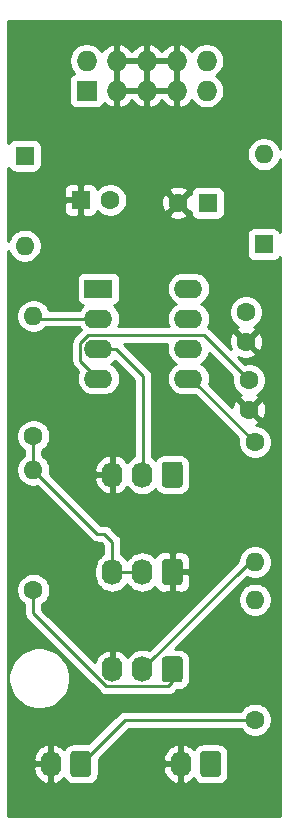
<source format=gbr>
%TF.GenerationSoftware,KiCad,Pcbnew,(5.1.12-1-10_14)*%
%TF.CreationDate,2023-08-05T21:53:33+02:00*%
%TF.ProjectId,niga,6e696761-2e6b-4696-9361-645f70636258,rev?*%
%TF.SameCoordinates,Original*%
%TF.FileFunction,Copper,L1,Top*%
%TF.FilePolarity,Positive*%
%FSLAX46Y46*%
G04 Gerber Fmt 4.6, Leading zero omitted, Abs format (unit mm)*
G04 Created by KiCad (PCBNEW (5.1.12-1-10_14)) date 2023-08-05 21:53:33*
%MOMM*%
%LPD*%
G01*
G04 APERTURE LIST*
%TA.AperFunction,ComponentPad*%
%ADD10R,1.600000X1.600000*%
%TD*%
%TA.AperFunction,ComponentPad*%
%ADD11C,1.600000*%
%TD*%
%TA.AperFunction,ComponentPad*%
%ADD12O,1.600000X1.600000*%
%TD*%
%TA.AperFunction,ComponentPad*%
%ADD13O,1.740000X2.200000*%
%TD*%
%TA.AperFunction,ComponentPad*%
%ADD14R,1.727200X1.727200*%
%TD*%
%TA.AperFunction,ComponentPad*%
%ADD15O,1.727200X1.727200*%
%TD*%
%TA.AperFunction,ComponentPad*%
%ADD16R,2.400000X1.600000*%
%TD*%
%TA.AperFunction,ComponentPad*%
%ADD17O,2.400000X1.600000*%
%TD*%
%TA.AperFunction,Conductor*%
%ADD18C,0.250000*%
%TD*%
%TA.AperFunction,Conductor*%
%ADD19C,0.254000*%
%TD*%
%TA.AperFunction,Conductor*%
%ADD20C,0.100000*%
%TD*%
G04 APERTURE END LIST*
D10*
%TO.P,C1,1*%
%TO.N,Net-(C1-Pad1)*%
X218000000Y-66250000D03*
D11*
%TO.P,C1,2*%
%TO.N,GND*%
X215500000Y-66250000D03*
%TD*%
%TO.P,C2,2*%
%TO.N,Net-(C2-Pad2)*%
X209750000Y-66000000D03*
D10*
%TO.P,C2,1*%
%TO.N,GND*%
X207250000Y-66000000D03*
%TD*%
D11*
%TO.P,C3,1*%
%TO.N,GND*%
X221250000Y-78000000D03*
%TO.P,C3,2*%
%TO.N,Net-(C1-Pad1)*%
X221250000Y-75500000D03*
%TD*%
%TO.P,C4,2*%
%TO.N,GND*%
X221500000Y-83750000D03*
%TO.P,C4,1*%
%TO.N,Net-(C2-Pad2)*%
X221500000Y-81250000D03*
%TD*%
D10*
%TO.P,D1,1*%
%TO.N,Net-(C1-Pad1)*%
X222750000Y-69750000D03*
D12*
%TO.P,D1,2*%
%TO.N,Net-(D1-Pad2)*%
X222750000Y-62130000D03*
%TD*%
%TO.P,D2,2*%
%TO.N,Net-(C2-Pad2)*%
X202500000Y-69870000D03*
D10*
%TO.P,D2,1*%
%TO.N,Net-(D2-Pad1)*%
X202500000Y-62250000D03*
%TD*%
%TO.P,IN,1*%
%TO.N,Net-(J1-Pad1)*%
%TA.AperFunction,ComponentPad*%
G36*
G01*
X219120000Y-112899999D02*
X219120000Y-114600001D01*
G75*
G02*
X218870001Y-114850000I-249999J0D01*
G01*
X217629999Y-114850000D01*
G75*
G02*
X217380000Y-114600001I0J249999D01*
G01*
X217380000Y-112899999D01*
G75*
G02*
X217629999Y-112650000I249999J0D01*
G01*
X218870001Y-112650000D01*
G75*
G02*
X219120000Y-112899999I0J-249999D01*
G01*
G37*
%TD.AperFunction*%
D13*
%TO.P,IN,2*%
%TO.N,GND*%
X215710000Y-113750000D03*
%TD*%
%TO.P,OUT,2*%
%TO.N,GND*%
X204710000Y-113750000D03*
%TO.P,OUT,1*%
%TO.N,Net-(J2-Pad1)*%
%TA.AperFunction,ComponentPad*%
G36*
G01*
X208120000Y-112899999D02*
X208120000Y-114600001D01*
G75*
G02*
X207870001Y-114850000I-249999J0D01*
G01*
X206629999Y-114850000D01*
G75*
G02*
X206380000Y-114600001I0J249999D01*
G01*
X206380000Y-112899999D01*
G75*
G02*
X206629999Y-112650000I249999J0D01*
G01*
X207870001Y-112650000D01*
G75*
G02*
X208120000Y-112899999I0J-249999D01*
G01*
G37*
%TD.AperFunction*%
%TD*%
D14*
%TO.P,J3,1*%
%TO.N,Net-(D2-Pad1)*%
X207750000Y-56750000D03*
D15*
%TO.P,J3,2*%
X207750000Y-54210000D03*
%TO.P,J3,3*%
%TO.N,GND*%
X210290000Y-56750000D03*
%TO.P,J3,4*%
X210290000Y-54210000D03*
%TO.P,J3,5*%
X212830000Y-56750000D03*
%TO.P,J3,6*%
X212830000Y-54210000D03*
%TO.P,J3,7*%
X215370000Y-56750000D03*
%TO.P,J3,8*%
X215370000Y-54210000D03*
%TO.P,J3,9*%
%TO.N,Net-(D1-Pad2)*%
X217910000Y-56750000D03*
%TO.P,J3,10*%
X217910000Y-54210000D03*
%TD*%
D12*
%TO.P,R1,2*%
%TO.N,Net-(R1-Pad2)*%
X203250000Y-75840000D03*
D11*
%TO.P,R1,1*%
%TO.N,Net-(R1-Pad1)*%
X203250000Y-86000000D03*
%TD*%
%TO.P,R2,1*%
%TO.N,Net-(R2-Pad1)*%
X203250000Y-99000000D03*
D12*
%TO.P,R2,2*%
%TO.N,Net-(R1-Pad1)*%
X203250000Y-88840000D03*
%TD*%
%TO.P,R3,2*%
%TO.N,Net-(R3-Pad2)*%
X222000000Y-96660000D03*
D11*
%TO.P,R3,1*%
%TO.N,Net-(R3-Pad1)*%
X222000000Y-86500000D03*
%TD*%
%TO.P,R4,1*%
%TO.N,Net-(J2-Pad1)*%
X222000000Y-110000000D03*
D12*
%TO.P,R4,2*%
%TO.N,Net-(R4-Pad2)*%
X222000000Y-99840000D03*
%TD*%
%TO.P,10K,1*%
%TO.N,Net-(J1-Pad1)*%
%TA.AperFunction,ComponentPad*%
G36*
G01*
X215870000Y-88399999D02*
X215870000Y-90100001D01*
G75*
G02*
X215620001Y-90350000I-249999J0D01*
G01*
X214379999Y-90350000D01*
G75*
G02*
X214130000Y-90100001I0J249999D01*
G01*
X214130000Y-88399999D01*
G75*
G02*
X214379999Y-88150000I249999J0D01*
G01*
X215620001Y-88150000D01*
G75*
G02*
X215870000Y-88399999I0J-249999D01*
G01*
G37*
%TD.AperFunction*%
D13*
%TO.P,10K,2*%
%TO.N,Net-(RV1-Pad2)*%
X212460000Y-89250000D03*
%TO.P,10K,3*%
%TO.N,GND*%
X209920000Y-89250000D03*
%TD*%
%TO.P,10K,3*%
%TO.N,Net-(R1-Pad1)*%
X209920000Y-97500000D03*
%TO.P,10K,2*%
X212460000Y-97500000D03*
%TO.P,10K,1*%
%TO.N,GND*%
%TA.AperFunction,ComponentPad*%
G36*
G01*
X215870000Y-96649999D02*
X215870000Y-98350001D01*
G75*
G02*
X215620001Y-98600000I-249999J0D01*
G01*
X214379999Y-98600000D01*
G75*
G02*
X214130000Y-98350001I0J249999D01*
G01*
X214130000Y-96649999D01*
G75*
G02*
X214379999Y-96400000I249999J0D01*
G01*
X215620001Y-96400000D01*
G75*
G02*
X215870000Y-96649999I0J-249999D01*
G01*
G37*
%TD.AperFunction*%
%TD*%
%TO.P,10K,1*%
%TO.N,Net-(R2-Pad1)*%
%TA.AperFunction,ComponentPad*%
G36*
G01*
X215870000Y-104899999D02*
X215870000Y-106600001D01*
G75*
G02*
X215620001Y-106850000I-249999J0D01*
G01*
X214379999Y-106850000D01*
G75*
G02*
X214130000Y-106600001I0J249999D01*
G01*
X214130000Y-104899999D01*
G75*
G02*
X214379999Y-104650000I249999J0D01*
G01*
X215620001Y-104650000D01*
G75*
G02*
X215870000Y-104899999I0J-249999D01*
G01*
G37*
%TD.AperFunction*%
%TO.P,10K,2*%
%TO.N,Net-(R3-Pad2)*%
X212460000Y-105750000D03*
%TO.P,10K,3*%
%TO.N,GND*%
X209920000Y-105750000D03*
%TD*%
D16*
%TO.P,U1,1*%
%TO.N,Net-(R2-Pad1)*%
X208750000Y-73500000D03*
D17*
%TO.P,U1,5*%
%TO.N,Net-(R3-Pad1)*%
X216370000Y-81120000D03*
%TO.P,U1,2*%
%TO.N,Net-(R1-Pad2)*%
X208750000Y-76040000D03*
%TO.P,U1,6*%
%TO.N,Net-(R4-Pad2)*%
X216370000Y-78580000D03*
%TO.P,U1,3*%
%TO.N,Net-(RV1-Pad2)*%
X208750000Y-78580000D03*
%TO.P,U1,7*%
%TO.N,Net-(R4-Pad2)*%
X216370000Y-76040000D03*
%TO.P,U1,4*%
%TO.N,Net-(C2-Pad2)*%
X208750000Y-81120000D03*
%TO.P,U1,8*%
%TO.N,Net-(C1-Pad1)*%
X216370000Y-73500000D03*
%TD*%
D18*
%TO.N,GND*%
X210290000Y-54210000D02*
X210290000Y-56750000D01*
X210290000Y-56750000D02*
X212830000Y-56750000D01*
X212830000Y-56750000D02*
X215370000Y-56750000D01*
X215370000Y-56750000D02*
X215370000Y-54210000D01*
X215370000Y-54210000D02*
X212830000Y-54210000D01*
X212830000Y-54210000D02*
X210290000Y-54210000D01*
X212830000Y-54210000D02*
X212830000Y-56750000D01*
%TO.N,Net-(C2-Pad2)*%
X207224990Y-79594990D02*
X207224990Y-78114006D01*
X217704990Y-77454990D02*
X221500000Y-81250000D01*
X207884006Y-77454990D02*
X217704990Y-77454990D01*
X207224990Y-78114006D02*
X207884006Y-77454990D01*
X208750000Y-81120000D02*
X207224990Y-79594990D01*
%TO.N,Net-(J2-Pad1)*%
X211000000Y-110000000D02*
X222000000Y-110000000D01*
X207250000Y-113750000D02*
X211000000Y-110000000D01*
%TO.N,Net-(R1-Pad2)*%
X203450000Y-76040000D02*
X203250000Y-75840000D01*
X208750000Y-76040000D02*
X203450000Y-76040000D01*
%TO.N,Net-(R1-Pad1)*%
X203250000Y-86000000D02*
X203250000Y-88840000D01*
X209920000Y-97500000D02*
X209920000Y-94920000D01*
X203250000Y-88840000D02*
X208660000Y-94250000D01*
X209250000Y-94250000D02*
X209920000Y-94920000D01*
X208660000Y-94250000D02*
X209250000Y-94250000D01*
X212460000Y-97500000D02*
X209920000Y-97500000D01*
%TO.N,Net-(R2-Pad1)*%
X203250000Y-100999999D02*
X203250000Y-99000000D01*
X209425011Y-107175010D02*
X203250000Y-100999999D01*
X214674990Y-107175010D02*
X209425011Y-107175010D01*
X215000000Y-106850000D02*
X214674990Y-107175010D01*
X215000000Y-105750000D02*
X215000000Y-106850000D01*
%TO.N,Net-(R3-Pad2)*%
X212540000Y-105750000D02*
X212910000Y-105750000D01*
X221550000Y-96660000D02*
X212460000Y-105750000D01*
X222000000Y-96660000D02*
X221550000Y-96660000D01*
%TO.N,Net-(R3-Pad1)*%
X216620000Y-81120000D02*
X216370000Y-81120000D01*
X222000000Y-86500000D02*
X216620000Y-81120000D01*
%TO.N,Net-(RV1-Pad2)*%
X210200000Y-78580000D02*
X212540000Y-80920000D01*
X208750000Y-78580000D02*
X210200000Y-78580000D01*
X212540000Y-89170000D02*
X212460000Y-89250000D01*
X212540000Y-80920000D02*
X212540000Y-89170000D01*
%TD*%
D19*
%TO.N,GND*%
X224123000Y-61694881D02*
X224021680Y-61450273D01*
X223864637Y-61215241D01*
X223664759Y-61015363D01*
X223429727Y-60858320D01*
X223168574Y-60750147D01*
X222891335Y-60695000D01*
X222608665Y-60695000D01*
X222331426Y-60750147D01*
X222070273Y-60858320D01*
X221835241Y-61015363D01*
X221635363Y-61215241D01*
X221478320Y-61450273D01*
X221370147Y-61711426D01*
X221315000Y-61988665D01*
X221315000Y-62271335D01*
X221370147Y-62548574D01*
X221478320Y-62809727D01*
X221635363Y-63044759D01*
X221835241Y-63244637D01*
X222070273Y-63401680D01*
X222331426Y-63509853D01*
X222608665Y-63565000D01*
X222891335Y-63565000D01*
X223168574Y-63509853D01*
X223429727Y-63401680D01*
X223664759Y-63244637D01*
X223864637Y-63044759D01*
X224021680Y-62809727D01*
X224123000Y-62565119D01*
X224123000Y-68674947D01*
X224080537Y-68595506D01*
X224001185Y-68498815D01*
X223904494Y-68419463D01*
X223794180Y-68360498D01*
X223674482Y-68324188D01*
X223550000Y-68311928D01*
X221950000Y-68311928D01*
X221825518Y-68324188D01*
X221705820Y-68360498D01*
X221595506Y-68419463D01*
X221498815Y-68498815D01*
X221419463Y-68595506D01*
X221360498Y-68705820D01*
X221324188Y-68825518D01*
X221311928Y-68950000D01*
X221311928Y-70550000D01*
X221324188Y-70674482D01*
X221360498Y-70794180D01*
X221419463Y-70904494D01*
X221498815Y-71001185D01*
X221595506Y-71080537D01*
X221705820Y-71139502D01*
X221825518Y-71175812D01*
X221950000Y-71188072D01*
X223550000Y-71188072D01*
X223674482Y-71175812D01*
X223794180Y-71139502D01*
X223904494Y-71080537D01*
X224001185Y-71001185D01*
X224080537Y-70904494D01*
X224123000Y-70825053D01*
X224123000Y-118123000D01*
X201127000Y-118123000D01*
X201127000Y-114114380D01*
X203203134Y-114114380D01*
X203258304Y-114405773D01*
X203369262Y-114680804D01*
X203531744Y-114928903D01*
X203739506Y-115140536D01*
X203984563Y-115307571D01*
X204257498Y-115423588D01*
X204349969Y-115441302D01*
X204583000Y-115320246D01*
X204583000Y-113877000D01*
X203359414Y-113877000D01*
X203203134Y-114114380D01*
X201127000Y-114114380D01*
X201127000Y-113385620D01*
X203203134Y-113385620D01*
X203359414Y-113623000D01*
X204583000Y-113623000D01*
X204583000Y-112179754D01*
X204837000Y-112179754D01*
X204837000Y-113623000D01*
X204857000Y-113623000D01*
X204857000Y-113877000D01*
X204837000Y-113877000D01*
X204837000Y-115320246D01*
X205070031Y-115441302D01*
X205162502Y-115423588D01*
X205435437Y-115307571D01*
X205680494Y-115140536D01*
X205833493Y-114984686D01*
X205891595Y-115093387D01*
X206002038Y-115227962D01*
X206136613Y-115338405D01*
X206290149Y-115420472D01*
X206456745Y-115471008D01*
X206629999Y-115488072D01*
X207870001Y-115488072D01*
X208043255Y-115471008D01*
X208209851Y-115420472D01*
X208363387Y-115338405D01*
X208497962Y-115227962D01*
X208608405Y-115093387D01*
X208690472Y-114939851D01*
X208741008Y-114773255D01*
X208758072Y-114600001D01*
X208758072Y-114114380D01*
X214203134Y-114114380D01*
X214258304Y-114405773D01*
X214369262Y-114680804D01*
X214531744Y-114928903D01*
X214739506Y-115140536D01*
X214984563Y-115307571D01*
X215257498Y-115423588D01*
X215349969Y-115441302D01*
X215583000Y-115320246D01*
X215583000Y-113877000D01*
X214359414Y-113877000D01*
X214203134Y-114114380D01*
X208758072Y-114114380D01*
X208758072Y-113385620D01*
X214203134Y-113385620D01*
X214359414Y-113623000D01*
X215583000Y-113623000D01*
X215583000Y-112179754D01*
X215837000Y-112179754D01*
X215837000Y-113623000D01*
X215857000Y-113623000D01*
X215857000Y-113877000D01*
X215837000Y-113877000D01*
X215837000Y-115320246D01*
X216070031Y-115441302D01*
X216162502Y-115423588D01*
X216435437Y-115307571D01*
X216680494Y-115140536D01*
X216833493Y-114984686D01*
X216891595Y-115093387D01*
X217002038Y-115227962D01*
X217136613Y-115338405D01*
X217290149Y-115420472D01*
X217456745Y-115471008D01*
X217629999Y-115488072D01*
X218870001Y-115488072D01*
X219043255Y-115471008D01*
X219209851Y-115420472D01*
X219363387Y-115338405D01*
X219497962Y-115227962D01*
X219608405Y-115093387D01*
X219690472Y-114939851D01*
X219741008Y-114773255D01*
X219758072Y-114600001D01*
X219758072Y-112899999D01*
X219741008Y-112726745D01*
X219690472Y-112560149D01*
X219608405Y-112406613D01*
X219497962Y-112272038D01*
X219363387Y-112161595D01*
X219209851Y-112079528D01*
X219043255Y-112028992D01*
X218870001Y-112011928D01*
X217629999Y-112011928D01*
X217456745Y-112028992D01*
X217290149Y-112079528D01*
X217136613Y-112161595D01*
X217002038Y-112272038D01*
X216891595Y-112406613D01*
X216833493Y-112515314D01*
X216680494Y-112359464D01*
X216435437Y-112192429D01*
X216162502Y-112076412D01*
X216070031Y-112058698D01*
X215837000Y-112179754D01*
X215583000Y-112179754D01*
X215349969Y-112058698D01*
X215257498Y-112076412D01*
X214984563Y-112192429D01*
X214739506Y-112359464D01*
X214531744Y-112571097D01*
X214369262Y-112819196D01*
X214258304Y-113094227D01*
X214203134Y-113385620D01*
X208758072Y-113385620D01*
X208758072Y-113316729D01*
X211314802Y-110760000D01*
X220781957Y-110760000D01*
X220885363Y-110914759D01*
X221085241Y-111114637D01*
X221320273Y-111271680D01*
X221581426Y-111379853D01*
X221858665Y-111435000D01*
X222141335Y-111435000D01*
X222418574Y-111379853D01*
X222679727Y-111271680D01*
X222914759Y-111114637D01*
X223114637Y-110914759D01*
X223271680Y-110679727D01*
X223379853Y-110418574D01*
X223435000Y-110141335D01*
X223435000Y-109858665D01*
X223379853Y-109581426D01*
X223271680Y-109320273D01*
X223114637Y-109085241D01*
X222914759Y-108885363D01*
X222679727Y-108728320D01*
X222418574Y-108620147D01*
X222141335Y-108565000D01*
X221858665Y-108565000D01*
X221581426Y-108620147D01*
X221320273Y-108728320D01*
X221085241Y-108885363D01*
X220885363Y-109085241D01*
X220781957Y-109240000D01*
X211037323Y-109240000D01*
X211000000Y-109236324D01*
X210962677Y-109240000D01*
X210962667Y-109240000D01*
X210851014Y-109250997D01*
X210707753Y-109294454D01*
X210575724Y-109365026D01*
X210459999Y-109459999D01*
X210436201Y-109488997D01*
X207909391Y-112015808D01*
X207870001Y-112011928D01*
X206629999Y-112011928D01*
X206456745Y-112028992D01*
X206290149Y-112079528D01*
X206136613Y-112161595D01*
X206002038Y-112272038D01*
X205891595Y-112406613D01*
X205833493Y-112515314D01*
X205680494Y-112359464D01*
X205435437Y-112192429D01*
X205162502Y-112076412D01*
X205070031Y-112058698D01*
X204837000Y-112179754D01*
X204583000Y-112179754D01*
X204349969Y-112058698D01*
X204257498Y-112076412D01*
X203984563Y-112192429D01*
X203739506Y-112359464D01*
X203531744Y-112571097D01*
X203369262Y-112819196D01*
X203258304Y-113094227D01*
X203203134Y-113385620D01*
X201127000Y-113385620D01*
X201127000Y-106241964D01*
X201130115Y-106241964D01*
X201130115Y-106758036D01*
X201230795Y-107264192D01*
X201428288Y-107740981D01*
X201715002Y-108170080D01*
X202079920Y-108534998D01*
X202509019Y-108821712D01*
X202985808Y-109019205D01*
X203491964Y-109119885D01*
X204008036Y-109119885D01*
X204514192Y-109019205D01*
X204990981Y-108821712D01*
X205420080Y-108534998D01*
X205784998Y-108170080D01*
X206071712Y-107740981D01*
X206269205Y-107264192D01*
X206369885Y-106758036D01*
X206369885Y-106241964D01*
X206269205Y-105735808D01*
X206071712Y-105259019D01*
X205784998Y-104829920D01*
X205420080Y-104465002D01*
X204990981Y-104178288D01*
X204514192Y-103980795D01*
X204008036Y-103880115D01*
X203491964Y-103880115D01*
X202985808Y-103980795D01*
X202509019Y-104178288D01*
X202079920Y-104465002D01*
X201715002Y-104829920D01*
X201428288Y-105259019D01*
X201230795Y-105735808D01*
X201130115Y-106241964D01*
X201127000Y-106241964D01*
X201127000Y-98858665D01*
X201815000Y-98858665D01*
X201815000Y-99141335D01*
X201870147Y-99418574D01*
X201978320Y-99679727D01*
X202135363Y-99914759D01*
X202335241Y-100114637D01*
X202490000Y-100218044D01*
X202490000Y-100962676D01*
X202486324Y-100999999D01*
X202490000Y-101037321D01*
X202490000Y-101037331D01*
X202500997Y-101148984D01*
X202522495Y-101219853D01*
X202544454Y-101292245D01*
X202615026Y-101424275D01*
X202654871Y-101472825D01*
X202709999Y-101540000D01*
X202739003Y-101563803D01*
X208861212Y-107686013D01*
X208885010Y-107715011D01*
X209000735Y-107809984D01*
X209132764Y-107880556D01*
X209276025Y-107924013D01*
X209387678Y-107935010D01*
X209387687Y-107935010D01*
X209425010Y-107938686D01*
X209462333Y-107935010D01*
X214637668Y-107935010D01*
X214674990Y-107938686D01*
X214712312Y-107935010D01*
X214712323Y-107935010D01*
X214823976Y-107924013D01*
X214967237Y-107880556D01*
X215099266Y-107809984D01*
X215214991Y-107715011D01*
X215238794Y-107686007D01*
X215436729Y-107488072D01*
X215620001Y-107488072D01*
X215793255Y-107471008D01*
X215959851Y-107420472D01*
X216113387Y-107338405D01*
X216247962Y-107227962D01*
X216358405Y-107093387D01*
X216440472Y-106939851D01*
X216491008Y-106773255D01*
X216508072Y-106600001D01*
X216508072Y-104899999D01*
X216491008Y-104726745D01*
X216440472Y-104560149D01*
X216358405Y-104406613D01*
X216247962Y-104272038D01*
X216113387Y-104161595D01*
X215959851Y-104079528D01*
X215793255Y-104028992D01*
X215620001Y-104011928D01*
X215272873Y-104011928D01*
X219586136Y-99698665D01*
X220565000Y-99698665D01*
X220565000Y-99981335D01*
X220620147Y-100258574D01*
X220728320Y-100519727D01*
X220885363Y-100754759D01*
X221085241Y-100954637D01*
X221320273Y-101111680D01*
X221581426Y-101219853D01*
X221858665Y-101275000D01*
X222141335Y-101275000D01*
X222418574Y-101219853D01*
X222679727Y-101111680D01*
X222914759Y-100954637D01*
X223114637Y-100754759D01*
X223271680Y-100519727D01*
X223379853Y-100258574D01*
X223435000Y-99981335D01*
X223435000Y-99698665D01*
X223379853Y-99421426D01*
X223271680Y-99160273D01*
X223114637Y-98925241D01*
X222914759Y-98725363D01*
X222679727Y-98568320D01*
X222418574Y-98460147D01*
X222141335Y-98405000D01*
X221858665Y-98405000D01*
X221581426Y-98460147D01*
X221320273Y-98568320D01*
X221085241Y-98725363D01*
X220885363Y-98925241D01*
X220728320Y-99160273D01*
X220620147Y-99421426D01*
X220565000Y-99698665D01*
X219586136Y-99698665D01*
X221343501Y-97941301D01*
X221581426Y-98039853D01*
X221858665Y-98095000D01*
X222141335Y-98095000D01*
X222418574Y-98039853D01*
X222679727Y-97931680D01*
X222914759Y-97774637D01*
X223114637Y-97574759D01*
X223271680Y-97339727D01*
X223379853Y-97078574D01*
X223435000Y-96801335D01*
X223435000Y-96518665D01*
X223379853Y-96241426D01*
X223271680Y-95980273D01*
X223114637Y-95745241D01*
X222914759Y-95545363D01*
X222679727Y-95388320D01*
X222418574Y-95280147D01*
X222141335Y-95225000D01*
X221858665Y-95225000D01*
X221581426Y-95280147D01*
X221320273Y-95388320D01*
X221085241Y-95545363D01*
X220885363Y-95745241D01*
X220728320Y-95980273D01*
X220620147Y-96241426D01*
X220565000Y-96518665D01*
X220565000Y-96570198D01*
X213018500Y-104116699D01*
X212755032Y-104036776D01*
X212460000Y-104007718D01*
X212164969Y-104036776D01*
X211881276Y-104122834D01*
X211619822Y-104262583D01*
X211390655Y-104450655D01*
X211202583Y-104679821D01*
X211187698Y-104707669D01*
X211098256Y-104571097D01*
X210890494Y-104359464D01*
X210645437Y-104192429D01*
X210372502Y-104076412D01*
X210280031Y-104058698D01*
X210047000Y-104179754D01*
X210047000Y-105623000D01*
X210067000Y-105623000D01*
X210067000Y-105877000D01*
X210047000Y-105877000D01*
X210047000Y-105897000D01*
X209793000Y-105897000D01*
X209793000Y-105877000D01*
X209773000Y-105877000D01*
X209773000Y-105623000D01*
X209793000Y-105623000D01*
X209793000Y-104179754D01*
X209559969Y-104058698D01*
X209467498Y-104076412D01*
X209194563Y-104192429D01*
X208949506Y-104359464D01*
X208741744Y-104571097D01*
X208579262Y-104819196D01*
X208468304Y-105094227D01*
X208460460Y-105135657D01*
X204010000Y-100685198D01*
X204010000Y-100218043D01*
X204164759Y-100114637D01*
X204364637Y-99914759D01*
X204521680Y-99679727D01*
X204629853Y-99418574D01*
X204685000Y-99141335D01*
X204685000Y-98858665D01*
X204629853Y-98581426D01*
X204521680Y-98320273D01*
X204364637Y-98085241D01*
X204164759Y-97885363D01*
X203929727Y-97728320D01*
X203668574Y-97620147D01*
X203391335Y-97565000D01*
X203108665Y-97565000D01*
X202831426Y-97620147D01*
X202570273Y-97728320D01*
X202335241Y-97885363D01*
X202135363Y-98085241D01*
X201978320Y-98320273D01*
X201870147Y-98581426D01*
X201815000Y-98858665D01*
X201127000Y-98858665D01*
X201127000Y-85858665D01*
X201815000Y-85858665D01*
X201815000Y-86141335D01*
X201870147Y-86418574D01*
X201978320Y-86679727D01*
X202135363Y-86914759D01*
X202335241Y-87114637D01*
X202490000Y-87218044D01*
X202490001Y-87621956D01*
X202335241Y-87725363D01*
X202135363Y-87925241D01*
X201978320Y-88160273D01*
X201870147Y-88421426D01*
X201815000Y-88698665D01*
X201815000Y-88981335D01*
X201870147Y-89258574D01*
X201978320Y-89519727D01*
X202135363Y-89754759D01*
X202335241Y-89954637D01*
X202570273Y-90111680D01*
X202831426Y-90219853D01*
X203108665Y-90275000D01*
X203391335Y-90275000D01*
X203573887Y-90238688D01*
X208096200Y-94761002D01*
X208119999Y-94790001D01*
X208235724Y-94884974D01*
X208367753Y-94955546D01*
X208511014Y-94999003D01*
X208622667Y-95010000D01*
X208622676Y-95010000D01*
X208659999Y-95013676D01*
X208697322Y-95010000D01*
X208935199Y-95010000D01*
X209160001Y-95234803D01*
X209160001Y-95969727D01*
X209079822Y-96012583D01*
X208850655Y-96200655D01*
X208662583Y-96429821D01*
X208522834Y-96691275D01*
X208436776Y-96974968D01*
X208415000Y-97196064D01*
X208415000Y-97803935D01*
X208436776Y-98025031D01*
X208522834Y-98308724D01*
X208662583Y-98570178D01*
X208850655Y-98799345D01*
X209079821Y-98987417D01*
X209341275Y-99127166D01*
X209624968Y-99213224D01*
X209920000Y-99242282D01*
X210215031Y-99213224D01*
X210498724Y-99127166D01*
X210760178Y-98987417D01*
X210989345Y-98799345D01*
X211177417Y-98570179D01*
X211190000Y-98546637D01*
X211202583Y-98570178D01*
X211390655Y-98799345D01*
X211619821Y-98987417D01*
X211881275Y-99127166D01*
X212164968Y-99213224D01*
X212460000Y-99242282D01*
X212755031Y-99213224D01*
X213038724Y-99127166D01*
X213300178Y-98987417D01*
X213527385Y-98800953D01*
X213540498Y-98844180D01*
X213599463Y-98954494D01*
X213678815Y-99051185D01*
X213775506Y-99130537D01*
X213885820Y-99189502D01*
X214005518Y-99225812D01*
X214130000Y-99238072D01*
X214714250Y-99235000D01*
X214873000Y-99076250D01*
X214873000Y-97627000D01*
X215127000Y-97627000D01*
X215127000Y-99076250D01*
X215285750Y-99235000D01*
X215870000Y-99238072D01*
X215994482Y-99225812D01*
X216114180Y-99189502D01*
X216224494Y-99130537D01*
X216321185Y-99051185D01*
X216400537Y-98954494D01*
X216459502Y-98844180D01*
X216495812Y-98724482D01*
X216508072Y-98600000D01*
X216505000Y-97785750D01*
X216346250Y-97627000D01*
X215127000Y-97627000D01*
X214873000Y-97627000D01*
X214853000Y-97627000D01*
X214853000Y-97373000D01*
X214873000Y-97373000D01*
X214873000Y-95923750D01*
X215127000Y-95923750D01*
X215127000Y-97373000D01*
X216346250Y-97373000D01*
X216505000Y-97214250D01*
X216508072Y-96400000D01*
X216495812Y-96275518D01*
X216459502Y-96155820D01*
X216400537Y-96045506D01*
X216321185Y-95948815D01*
X216224494Y-95869463D01*
X216114180Y-95810498D01*
X215994482Y-95774188D01*
X215870000Y-95761928D01*
X215285750Y-95765000D01*
X215127000Y-95923750D01*
X214873000Y-95923750D01*
X214714250Y-95765000D01*
X214130000Y-95761928D01*
X214005518Y-95774188D01*
X213885820Y-95810498D01*
X213775506Y-95869463D01*
X213678815Y-95948815D01*
X213599463Y-96045506D01*
X213540498Y-96155820D01*
X213527385Y-96199047D01*
X213300179Y-96012583D01*
X213038725Y-95872834D01*
X212755032Y-95786776D01*
X212460000Y-95757718D01*
X212164969Y-95786776D01*
X211881276Y-95872834D01*
X211619822Y-96012583D01*
X211390655Y-96200655D01*
X211202583Y-96429821D01*
X211190000Y-96453362D01*
X211177417Y-96429821D01*
X210989345Y-96200655D01*
X210760179Y-96012583D01*
X210680000Y-95969727D01*
X210680000Y-94957322D01*
X210683676Y-94919999D01*
X210680000Y-94882676D01*
X210680000Y-94882667D01*
X210669003Y-94771014D01*
X210625546Y-94627753D01*
X210554974Y-94495723D01*
X210483799Y-94408997D01*
X210460001Y-94379999D01*
X210431002Y-94356200D01*
X209813803Y-93739002D01*
X209790001Y-93709999D01*
X209674276Y-93615026D01*
X209542247Y-93544454D01*
X209398986Y-93500997D01*
X209287333Y-93490000D01*
X209287322Y-93490000D01*
X209250000Y-93486324D01*
X209212678Y-93490000D01*
X208974802Y-93490000D01*
X205099182Y-89614380D01*
X208413134Y-89614380D01*
X208468304Y-89905773D01*
X208579262Y-90180804D01*
X208741744Y-90428903D01*
X208949506Y-90640536D01*
X209194563Y-90807571D01*
X209467498Y-90923588D01*
X209559969Y-90941302D01*
X209793000Y-90820246D01*
X209793000Y-89377000D01*
X208569414Y-89377000D01*
X208413134Y-89614380D01*
X205099182Y-89614380D01*
X204648688Y-89163887D01*
X204685000Y-88981335D01*
X204685000Y-88885620D01*
X208413134Y-88885620D01*
X208569414Y-89123000D01*
X209793000Y-89123000D01*
X209793000Y-87679754D01*
X209559969Y-87558698D01*
X209467498Y-87576412D01*
X209194563Y-87692429D01*
X208949506Y-87859464D01*
X208741744Y-88071097D01*
X208579262Y-88319196D01*
X208468304Y-88594227D01*
X208413134Y-88885620D01*
X204685000Y-88885620D01*
X204685000Y-88698665D01*
X204629853Y-88421426D01*
X204521680Y-88160273D01*
X204364637Y-87925241D01*
X204164759Y-87725363D01*
X204010000Y-87621957D01*
X204010000Y-87218043D01*
X204164759Y-87114637D01*
X204364637Y-86914759D01*
X204521680Y-86679727D01*
X204629853Y-86418574D01*
X204685000Y-86141335D01*
X204685000Y-85858665D01*
X204629853Y-85581426D01*
X204521680Y-85320273D01*
X204364637Y-85085241D01*
X204164759Y-84885363D01*
X203929727Y-84728320D01*
X203668574Y-84620147D01*
X203391335Y-84565000D01*
X203108665Y-84565000D01*
X202831426Y-84620147D01*
X202570273Y-84728320D01*
X202335241Y-84885363D01*
X202135363Y-85085241D01*
X201978320Y-85320273D01*
X201870147Y-85581426D01*
X201815000Y-85858665D01*
X201127000Y-85858665D01*
X201127000Y-75698665D01*
X201815000Y-75698665D01*
X201815000Y-75981335D01*
X201870147Y-76258574D01*
X201978320Y-76519727D01*
X202135363Y-76754759D01*
X202335241Y-76954637D01*
X202570273Y-77111680D01*
X202831426Y-77219853D01*
X203108665Y-77275000D01*
X203391335Y-77275000D01*
X203668574Y-77219853D01*
X203929727Y-77111680D01*
X204164759Y-76954637D01*
X204319396Y-76800000D01*
X207129099Y-76800000D01*
X207151068Y-76841101D01*
X207273684Y-76990510D01*
X206713988Y-77550207D01*
X206684990Y-77574005D01*
X206661192Y-77603003D01*
X206661191Y-77603004D01*
X206590016Y-77689730D01*
X206519444Y-77821760D01*
X206475988Y-77965021D01*
X206461314Y-78114006D01*
X206464991Y-78151338D01*
X206464990Y-79557667D01*
X206461314Y-79594990D01*
X206464990Y-79632312D01*
X206464990Y-79632322D01*
X206475987Y-79743975D01*
X206497532Y-79815000D01*
X206519444Y-79887236D01*
X206590016Y-80019266D01*
X206629861Y-80067816D01*
X206684989Y-80134991D01*
X206713993Y-80158794D01*
X207054592Y-80499393D01*
X207017818Y-80568192D01*
X206935764Y-80838691D01*
X206908057Y-81120000D01*
X206935764Y-81401309D01*
X207017818Y-81671808D01*
X207151068Y-81921101D01*
X207330392Y-82139608D01*
X207548899Y-82318932D01*
X207798192Y-82452182D01*
X208068691Y-82534236D01*
X208279508Y-82555000D01*
X209220492Y-82555000D01*
X209431309Y-82534236D01*
X209701808Y-82452182D01*
X209951101Y-82318932D01*
X210169608Y-82139608D01*
X210348932Y-81921101D01*
X210482182Y-81671808D01*
X210564236Y-81401309D01*
X210591943Y-81120000D01*
X210564236Y-80838691D01*
X210482182Y-80568192D01*
X210348932Y-80318899D01*
X210169608Y-80100392D01*
X209951101Y-79921068D01*
X209818142Y-79850000D01*
X209951101Y-79778932D01*
X210155986Y-79610787D01*
X211780000Y-81234802D01*
X211780001Y-87676966D01*
X211619822Y-87762583D01*
X211390655Y-87950655D01*
X211202583Y-88179821D01*
X211187698Y-88207669D01*
X211098256Y-88071097D01*
X210890494Y-87859464D01*
X210645437Y-87692429D01*
X210372502Y-87576412D01*
X210280031Y-87558698D01*
X210047000Y-87679754D01*
X210047000Y-89123000D01*
X210067000Y-89123000D01*
X210067000Y-89377000D01*
X210047000Y-89377000D01*
X210047000Y-90820246D01*
X210280031Y-90941302D01*
X210372502Y-90923588D01*
X210645437Y-90807571D01*
X210890494Y-90640536D01*
X211098256Y-90428903D01*
X211187698Y-90292331D01*
X211202583Y-90320178D01*
X211390655Y-90549345D01*
X211619821Y-90737417D01*
X211881275Y-90877166D01*
X212164968Y-90963224D01*
X212460000Y-90992282D01*
X212755031Y-90963224D01*
X213038724Y-90877166D01*
X213300178Y-90737417D01*
X213529345Y-90549345D01*
X213583066Y-90483886D01*
X213641595Y-90593387D01*
X213752038Y-90727962D01*
X213886613Y-90838405D01*
X214040149Y-90920472D01*
X214206745Y-90971008D01*
X214379999Y-90988072D01*
X215620001Y-90988072D01*
X215793255Y-90971008D01*
X215959851Y-90920472D01*
X216113387Y-90838405D01*
X216247962Y-90727962D01*
X216358405Y-90593387D01*
X216440472Y-90439851D01*
X216491008Y-90273255D01*
X216508072Y-90100001D01*
X216508072Y-88399999D01*
X216491008Y-88226745D01*
X216440472Y-88060149D01*
X216358405Y-87906613D01*
X216247962Y-87772038D01*
X216113387Y-87661595D01*
X215959851Y-87579528D01*
X215793255Y-87528992D01*
X215620001Y-87511928D01*
X214379999Y-87511928D01*
X214206745Y-87528992D01*
X214040149Y-87579528D01*
X213886613Y-87661595D01*
X213752038Y-87772038D01*
X213641595Y-87906613D01*
X213583066Y-88016114D01*
X213529345Y-87950655D01*
X213300179Y-87762583D01*
X213300000Y-87762487D01*
X213300000Y-80957325D01*
X213303676Y-80920000D01*
X213300000Y-80882675D01*
X213300000Y-80882667D01*
X213289003Y-80771014D01*
X213245546Y-80627753D01*
X213174974Y-80495724D01*
X213080001Y-80379999D01*
X213051004Y-80356202D01*
X210909791Y-78214990D01*
X214581154Y-78214990D01*
X214555764Y-78298691D01*
X214528057Y-78580000D01*
X214555764Y-78861309D01*
X214637818Y-79131808D01*
X214771068Y-79381101D01*
X214950392Y-79599608D01*
X215168899Y-79778932D01*
X215301858Y-79850000D01*
X215168899Y-79921068D01*
X214950392Y-80100392D01*
X214771068Y-80318899D01*
X214637818Y-80568192D01*
X214555764Y-80838691D01*
X214528057Y-81120000D01*
X214555764Y-81401309D01*
X214637818Y-81671808D01*
X214771068Y-81921101D01*
X214950392Y-82139608D01*
X215168899Y-82318932D01*
X215418192Y-82452182D01*
X215688691Y-82534236D01*
X215899508Y-82555000D01*
X216840492Y-82555000D01*
X216967672Y-82542474D01*
X220601312Y-86176114D01*
X220565000Y-86358665D01*
X220565000Y-86641335D01*
X220620147Y-86918574D01*
X220728320Y-87179727D01*
X220885363Y-87414759D01*
X221085241Y-87614637D01*
X221320273Y-87771680D01*
X221581426Y-87879853D01*
X221858665Y-87935000D01*
X222141335Y-87935000D01*
X222418574Y-87879853D01*
X222679727Y-87771680D01*
X222914759Y-87614637D01*
X223114637Y-87414759D01*
X223271680Y-87179727D01*
X223379853Y-86918574D01*
X223435000Y-86641335D01*
X223435000Y-86358665D01*
X223379853Y-86081426D01*
X223271680Y-85820273D01*
X223114637Y-85585241D01*
X222914759Y-85385363D01*
X222679727Y-85228320D01*
X222418574Y-85120147D01*
X222141335Y-85065000D01*
X222084423Y-85065000D01*
X222116292Y-85053603D01*
X222241514Y-84986671D01*
X222313097Y-84742702D01*
X221500000Y-83929605D01*
X221485858Y-83943748D01*
X221306253Y-83764143D01*
X221320395Y-83750000D01*
X221679605Y-83750000D01*
X222492702Y-84563097D01*
X222736671Y-84491514D01*
X222857571Y-84236004D01*
X222926300Y-83961816D01*
X222940217Y-83679488D01*
X222898787Y-83399870D01*
X222803603Y-83133708D01*
X222736671Y-83008486D01*
X222492702Y-82936903D01*
X221679605Y-83750000D01*
X221320395Y-83750000D01*
X220507298Y-82936903D01*
X220263329Y-83008486D01*
X220142429Y-83263996D01*
X220081574Y-83506772D01*
X218135796Y-81560995D01*
X218184236Y-81401309D01*
X218211943Y-81120000D01*
X218184236Y-80838691D01*
X218102182Y-80568192D01*
X217968932Y-80318899D01*
X217789608Y-80100392D01*
X217571101Y-79921068D01*
X217438142Y-79850000D01*
X217571101Y-79778932D01*
X217789608Y-79599608D01*
X217968932Y-79381101D01*
X218102182Y-79131808D01*
X218149853Y-78974655D01*
X220101312Y-80926114D01*
X220065000Y-81108665D01*
X220065000Y-81391335D01*
X220120147Y-81668574D01*
X220228320Y-81929727D01*
X220385363Y-82164759D01*
X220585241Y-82364637D01*
X220785869Y-82498692D01*
X220758486Y-82513329D01*
X220686903Y-82757298D01*
X221500000Y-83570395D01*
X222313097Y-82757298D01*
X222241514Y-82513329D01*
X222212659Y-82499676D01*
X222414759Y-82364637D01*
X222614637Y-82164759D01*
X222771680Y-81929727D01*
X222879853Y-81668574D01*
X222935000Y-81391335D01*
X222935000Y-81108665D01*
X222879853Y-80831426D01*
X222771680Y-80570273D01*
X222614637Y-80335241D01*
X222414759Y-80135363D01*
X222179727Y-79978320D01*
X221918574Y-79870147D01*
X221641335Y-79815000D01*
X221358665Y-79815000D01*
X221176114Y-79851312D01*
X220609063Y-79284261D01*
X220763996Y-79357571D01*
X221038184Y-79426300D01*
X221320512Y-79440217D01*
X221600130Y-79398787D01*
X221866292Y-79303603D01*
X221991514Y-79236671D01*
X222063097Y-78992702D01*
X221250000Y-78179605D01*
X221235858Y-78193748D01*
X221056253Y-78014143D01*
X221070395Y-78000000D01*
X221429605Y-78000000D01*
X222242702Y-78813097D01*
X222486671Y-78741514D01*
X222607571Y-78486004D01*
X222676300Y-78211816D01*
X222690217Y-77929488D01*
X222648787Y-77649870D01*
X222553603Y-77383708D01*
X222486671Y-77258486D01*
X222242702Y-77186903D01*
X221429605Y-78000000D01*
X221070395Y-78000000D01*
X220257298Y-77186903D01*
X220013329Y-77258486D01*
X219892429Y-77513996D01*
X219823700Y-77788184D01*
X219809783Y-78070512D01*
X219851213Y-78350130D01*
X219946397Y-78616292D01*
X219952487Y-78627685D01*
X218268794Y-76943993D01*
X218244991Y-76914989D01*
X218129266Y-76820016D01*
X218013327Y-76758044D01*
X218102182Y-76591808D01*
X218184236Y-76321309D01*
X218211943Y-76040000D01*
X218184236Y-75758691D01*
X218102182Y-75488192D01*
X218032949Y-75358665D01*
X219815000Y-75358665D01*
X219815000Y-75641335D01*
X219870147Y-75918574D01*
X219978320Y-76179727D01*
X220135363Y-76414759D01*
X220335241Y-76614637D01*
X220535869Y-76748692D01*
X220508486Y-76763329D01*
X220436903Y-77007298D01*
X221250000Y-77820395D01*
X222063097Y-77007298D01*
X221991514Y-76763329D01*
X221962659Y-76749676D01*
X222164759Y-76614637D01*
X222364637Y-76414759D01*
X222521680Y-76179727D01*
X222629853Y-75918574D01*
X222685000Y-75641335D01*
X222685000Y-75358665D01*
X222629853Y-75081426D01*
X222521680Y-74820273D01*
X222364637Y-74585241D01*
X222164759Y-74385363D01*
X221929727Y-74228320D01*
X221668574Y-74120147D01*
X221391335Y-74065000D01*
X221108665Y-74065000D01*
X220831426Y-74120147D01*
X220570273Y-74228320D01*
X220335241Y-74385363D01*
X220135363Y-74585241D01*
X219978320Y-74820273D01*
X219870147Y-75081426D01*
X219815000Y-75358665D01*
X218032949Y-75358665D01*
X217968932Y-75238899D01*
X217789608Y-75020392D01*
X217571101Y-74841068D01*
X217438142Y-74770000D01*
X217571101Y-74698932D01*
X217789608Y-74519608D01*
X217968932Y-74301101D01*
X218102182Y-74051808D01*
X218184236Y-73781309D01*
X218211943Y-73500000D01*
X218184236Y-73218691D01*
X218102182Y-72948192D01*
X217968932Y-72698899D01*
X217789608Y-72480392D01*
X217571101Y-72301068D01*
X217321808Y-72167818D01*
X217051309Y-72085764D01*
X216840492Y-72065000D01*
X215899508Y-72065000D01*
X215688691Y-72085764D01*
X215418192Y-72167818D01*
X215168899Y-72301068D01*
X214950392Y-72480392D01*
X214771068Y-72698899D01*
X214637818Y-72948192D01*
X214555764Y-73218691D01*
X214528057Y-73500000D01*
X214555764Y-73781309D01*
X214637818Y-74051808D01*
X214771068Y-74301101D01*
X214950392Y-74519608D01*
X215168899Y-74698932D01*
X215301858Y-74770000D01*
X215168899Y-74841068D01*
X214950392Y-75020392D01*
X214771068Y-75238899D01*
X214637818Y-75488192D01*
X214555764Y-75758691D01*
X214528057Y-76040000D01*
X214555764Y-76321309D01*
X214637818Y-76591808D01*
X214692970Y-76694990D01*
X210427030Y-76694990D01*
X210482182Y-76591808D01*
X210564236Y-76321309D01*
X210591943Y-76040000D01*
X210564236Y-75758691D01*
X210482182Y-75488192D01*
X210348932Y-75238899D01*
X210169608Y-75020392D01*
X210056518Y-74927581D01*
X210074482Y-74925812D01*
X210194180Y-74889502D01*
X210304494Y-74830537D01*
X210401185Y-74751185D01*
X210480537Y-74654494D01*
X210539502Y-74544180D01*
X210575812Y-74424482D01*
X210588072Y-74300000D01*
X210588072Y-72700000D01*
X210575812Y-72575518D01*
X210539502Y-72455820D01*
X210480537Y-72345506D01*
X210401185Y-72248815D01*
X210304494Y-72169463D01*
X210194180Y-72110498D01*
X210074482Y-72074188D01*
X209950000Y-72061928D01*
X207550000Y-72061928D01*
X207425518Y-72074188D01*
X207305820Y-72110498D01*
X207195506Y-72169463D01*
X207098815Y-72248815D01*
X207019463Y-72345506D01*
X206960498Y-72455820D01*
X206924188Y-72575518D01*
X206911928Y-72700000D01*
X206911928Y-74300000D01*
X206924188Y-74424482D01*
X206960498Y-74544180D01*
X207019463Y-74654494D01*
X207098815Y-74751185D01*
X207195506Y-74830537D01*
X207305820Y-74889502D01*
X207425518Y-74925812D01*
X207443482Y-74927581D01*
X207330392Y-75020392D01*
X207151068Y-75238899D01*
X207129099Y-75280000D01*
X204571272Y-75280000D01*
X204521680Y-75160273D01*
X204364637Y-74925241D01*
X204164759Y-74725363D01*
X203929727Y-74568320D01*
X203668574Y-74460147D01*
X203391335Y-74405000D01*
X203108665Y-74405000D01*
X202831426Y-74460147D01*
X202570273Y-74568320D01*
X202335241Y-74725363D01*
X202135363Y-74925241D01*
X201978320Y-75160273D01*
X201870147Y-75421426D01*
X201815000Y-75698665D01*
X201127000Y-75698665D01*
X201127000Y-70305119D01*
X201228320Y-70549727D01*
X201385363Y-70784759D01*
X201585241Y-70984637D01*
X201820273Y-71141680D01*
X202081426Y-71249853D01*
X202358665Y-71305000D01*
X202641335Y-71305000D01*
X202918574Y-71249853D01*
X203179727Y-71141680D01*
X203414759Y-70984637D01*
X203614637Y-70784759D01*
X203771680Y-70549727D01*
X203879853Y-70288574D01*
X203935000Y-70011335D01*
X203935000Y-69728665D01*
X203879853Y-69451426D01*
X203771680Y-69190273D01*
X203614637Y-68955241D01*
X203414759Y-68755363D01*
X203179727Y-68598320D01*
X202918574Y-68490147D01*
X202641335Y-68435000D01*
X202358665Y-68435000D01*
X202081426Y-68490147D01*
X201820273Y-68598320D01*
X201585241Y-68755363D01*
X201385363Y-68955241D01*
X201228320Y-69190273D01*
X201127000Y-69434881D01*
X201127000Y-66800000D01*
X205811928Y-66800000D01*
X205824188Y-66924482D01*
X205860498Y-67044180D01*
X205919463Y-67154494D01*
X205998815Y-67251185D01*
X206095506Y-67330537D01*
X206205820Y-67389502D01*
X206325518Y-67425812D01*
X206450000Y-67438072D01*
X206964250Y-67435000D01*
X207123000Y-67276250D01*
X207123000Y-66127000D01*
X205973750Y-66127000D01*
X205815000Y-66285750D01*
X205811928Y-66800000D01*
X201127000Y-66800000D01*
X201127000Y-65200000D01*
X205811928Y-65200000D01*
X205815000Y-65714250D01*
X205973750Y-65873000D01*
X207123000Y-65873000D01*
X207123000Y-64723750D01*
X207377000Y-64723750D01*
X207377000Y-65873000D01*
X207397000Y-65873000D01*
X207397000Y-66127000D01*
X207377000Y-66127000D01*
X207377000Y-67276250D01*
X207535750Y-67435000D01*
X208050000Y-67438072D01*
X208174482Y-67425812D01*
X208294180Y-67389502D01*
X208404494Y-67330537D01*
X208501185Y-67251185D01*
X208580537Y-67154494D01*
X208639502Y-67044180D01*
X208668661Y-66948057D01*
X208835241Y-67114637D01*
X209070273Y-67271680D01*
X209331426Y-67379853D01*
X209608665Y-67435000D01*
X209891335Y-67435000D01*
X210168574Y-67379853D01*
X210429727Y-67271680D01*
X210473095Y-67242702D01*
X214686903Y-67242702D01*
X214758486Y-67486671D01*
X215013996Y-67607571D01*
X215288184Y-67676300D01*
X215570512Y-67690217D01*
X215850130Y-67648787D01*
X216116292Y-67553603D01*
X216241514Y-67486671D01*
X216313097Y-67242702D01*
X215500000Y-66429605D01*
X214686903Y-67242702D01*
X210473095Y-67242702D01*
X210664759Y-67114637D01*
X210864637Y-66914759D01*
X211021680Y-66679727D01*
X211129853Y-66418574D01*
X211149359Y-66320512D01*
X214059783Y-66320512D01*
X214101213Y-66600130D01*
X214196397Y-66866292D01*
X214263329Y-66991514D01*
X214507298Y-67063097D01*
X215320395Y-66250000D01*
X215679605Y-66250000D01*
X216492702Y-67063097D01*
X216561928Y-67042785D01*
X216561928Y-67050000D01*
X216574188Y-67174482D01*
X216610498Y-67294180D01*
X216669463Y-67404494D01*
X216748815Y-67501185D01*
X216845506Y-67580537D01*
X216955820Y-67639502D01*
X217075518Y-67675812D01*
X217200000Y-67688072D01*
X218800000Y-67688072D01*
X218924482Y-67675812D01*
X219044180Y-67639502D01*
X219154494Y-67580537D01*
X219251185Y-67501185D01*
X219330537Y-67404494D01*
X219389502Y-67294180D01*
X219425812Y-67174482D01*
X219438072Y-67050000D01*
X219438072Y-65450000D01*
X219425812Y-65325518D01*
X219389502Y-65205820D01*
X219330537Y-65095506D01*
X219251185Y-64998815D01*
X219154494Y-64919463D01*
X219044180Y-64860498D01*
X218924482Y-64824188D01*
X218800000Y-64811928D01*
X217200000Y-64811928D01*
X217075518Y-64824188D01*
X216955820Y-64860498D01*
X216845506Y-64919463D01*
X216748815Y-64998815D01*
X216669463Y-65095506D01*
X216610498Y-65205820D01*
X216574188Y-65325518D01*
X216561928Y-65450000D01*
X216561928Y-65457215D01*
X216492702Y-65436903D01*
X215679605Y-66250000D01*
X215320395Y-66250000D01*
X214507298Y-65436903D01*
X214263329Y-65508486D01*
X214142429Y-65763996D01*
X214073700Y-66038184D01*
X214059783Y-66320512D01*
X211149359Y-66320512D01*
X211185000Y-66141335D01*
X211185000Y-65858665D01*
X211129853Y-65581426D01*
X211021680Y-65320273D01*
X210979602Y-65257298D01*
X214686903Y-65257298D01*
X215500000Y-66070395D01*
X216313097Y-65257298D01*
X216241514Y-65013329D01*
X215986004Y-64892429D01*
X215711816Y-64823700D01*
X215429488Y-64809783D01*
X215149870Y-64851213D01*
X214883708Y-64946397D01*
X214758486Y-65013329D01*
X214686903Y-65257298D01*
X210979602Y-65257298D01*
X210864637Y-65085241D01*
X210664759Y-64885363D01*
X210429727Y-64728320D01*
X210168574Y-64620147D01*
X209891335Y-64565000D01*
X209608665Y-64565000D01*
X209331426Y-64620147D01*
X209070273Y-64728320D01*
X208835241Y-64885363D01*
X208668661Y-65051943D01*
X208639502Y-64955820D01*
X208580537Y-64845506D01*
X208501185Y-64748815D01*
X208404494Y-64669463D01*
X208294180Y-64610498D01*
X208174482Y-64574188D01*
X208050000Y-64561928D01*
X207535750Y-64565000D01*
X207377000Y-64723750D01*
X207123000Y-64723750D01*
X206964250Y-64565000D01*
X206450000Y-64561928D01*
X206325518Y-64574188D01*
X206205820Y-64610498D01*
X206095506Y-64669463D01*
X205998815Y-64748815D01*
X205919463Y-64845506D01*
X205860498Y-64955820D01*
X205824188Y-65075518D01*
X205811928Y-65200000D01*
X201127000Y-65200000D01*
X201127000Y-63325053D01*
X201169463Y-63404494D01*
X201248815Y-63501185D01*
X201345506Y-63580537D01*
X201455820Y-63639502D01*
X201575518Y-63675812D01*
X201700000Y-63688072D01*
X203300000Y-63688072D01*
X203424482Y-63675812D01*
X203544180Y-63639502D01*
X203654494Y-63580537D01*
X203751185Y-63501185D01*
X203830537Y-63404494D01*
X203889502Y-63294180D01*
X203925812Y-63174482D01*
X203938072Y-63050000D01*
X203938072Y-61450000D01*
X203925812Y-61325518D01*
X203889502Y-61205820D01*
X203830537Y-61095506D01*
X203751185Y-60998815D01*
X203654494Y-60919463D01*
X203544180Y-60860498D01*
X203424482Y-60824188D01*
X203300000Y-60811928D01*
X201700000Y-60811928D01*
X201575518Y-60824188D01*
X201455820Y-60860498D01*
X201345506Y-60919463D01*
X201248815Y-60998815D01*
X201169463Y-61095506D01*
X201127000Y-61174947D01*
X201127000Y-55886400D01*
X206248328Y-55886400D01*
X206248328Y-57613600D01*
X206260588Y-57738082D01*
X206296898Y-57857780D01*
X206355863Y-57968094D01*
X206435215Y-58064785D01*
X206531906Y-58144137D01*
X206642220Y-58203102D01*
X206761918Y-58239412D01*
X206886400Y-58251672D01*
X208613600Y-58251672D01*
X208738082Y-58239412D01*
X208857780Y-58203102D01*
X208968094Y-58144137D01*
X209064785Y-58064785D01*
X209144137Y-57968094D01*
X209203102Y-57857780D01*
X209222624Y-57793426D01*
X209279707Y-57856854D01*
X209515056Y-58032684D01*
X209780186Y-58159222D01*
X209930974Y-58204958D01*
X210163000Y-58083817D01*
X210163000Y-56877000D01*
X210417000Y-56877000D01*
X210417000Y-58083817D01*
X210649026Y-58204958D01*
X210799814Y-58159222D01*
X211064944Y-58032684D01*
X211300293Y-57856854D01*
X211496817Y-57638488D01*
X211560000Y-57532230D01*
X211623183Y-57638488D01*
X211819707Y-57856854D01*
X212055056Y-58032684D01*
X212320186Y-58159222D01*
X212470974Y-58204958D01*
X212703000Y-58083817D01*
X212703000Y-56877000D01*
X212957000Y-56877000D01*
X212957000Y-58083817D01*
X213189026Y-58204958D01*
X213339814Y-58159222D01*
X213604944Y-58032684D01*
X213840293Y-57856854D01*
X214036817Y-57638488D01*
X214100000Y-57532230D01*
X214163183Y-57638488D01*
X214359707Y-57856854D01*
X214595056Y-58032684D01*
X214860186Y-58159222D01*
X215010974Y-58204958D01*
X215243000Y-58083817D01*
X215243000Y-56877000D01*
X212957000Y-56877000D01*
X212703000Y-56877000D01*
X210417000Y-56877000D01*
X210163000Y-56877000D01*
X210143000Y-56877000D01*
X210143000Y-56623000D01*
X210163000Y-56623000D01*
X210163000Y-54337000D01*
X210417000Y-54337000D01*
X210417000Y-56623000D01*
X212703000Y-56623000D01*
X212703000Y-54337000D01*
X212957000Y-54337000D01*
X212957000Y-56623000D01*
X215243000Y-56623000D01*
X215243000Y-54337000D01*
X212957000Y-54337000D01*
X212703000Y-54337000D01*
X210417000Y-54337000D01*
X210163000Y-54337000D01*
X210143000Y-54337000D01*
X210143000Y-54083000D01*
X210163000Y-54083000D01*
X210163000Y-52876183D01*
X210417000Y-52876183D01*
X210417000Y-54083000D01*
X212703000Y-54083000D01*
X212703000Y-52876183D01*
X212957000Y-52876183D01*
X212957000Y-54083000D01*
X215243000Y-54083000D01*
X215243000Y-52876183D01*
X215497000Y-52876183D01*
X215497000Y-54083000D01*
X215517000Y-54083000D01*
X215517000Y-54337000D01*
X215497000Y-54337000D01*
X215497000Y-56623000D01*
X215517000Y-56623000D01*
X215517000Y-56877000D01*
X215497000Y-56877000D01*
X215497000Y-58083817D01*
X215729026Y-58204958D01*
X215879814Y-58159222D01*
X216144944Y-58032684D01*
X216380293Y-57856854D01*
X216576817Y-57638488D01*
X216635441Y-57539897D01*
X216745961Y-57705302D01*
X216954698Y-57914039D01*
X217200147Y-58078042D01*
X217472875Y-58191010D01*
X217762401Y-58248600D01*
X218057599Y-58248600D01*
X218347125Y-58191010D01*
X218619853Y-58078042D01*
X218865302Y-57914039D01*
X219074039Y-57705302D01*
X219238042Y-57459853D01*
X219351010Y-57187125D01*
X219408600Y-56897599D01*
X219408600Y-56602401D01*
X219351010Y-56312875D01*
X219238042Y-56040147D01*
X219074039Y-55794698D01*
X218865302Y-55585961D01*
X218706719Y-55480000D01*
X218865302Y-55374039D01*
X219074039Y-55165302D01*
X219238042Y-54919853D01*
X219351010Y-54647125D01*
X219408600Y-54357599D01*
X219408600Y-54062401D01*
X219351010Y-53772875D01*
X219238042Y-53500147D01*
X219074039Y-53254698D01*
X218865302Y-53045961D01*
X218619853Y-52881958D01*
X218347125Y-52768990D01*
X218057599Y-52711400D01*
X217762401Y-52711400D01*
X217472875Y-52768990D01*
X217200147Y-52881958D01*
X216954698Y-53045961D01*
X216745961Y-53254698D01*
X216635441Y-53420103D01*
X216576817Y-53321512D01*
X216380293Y-53103146D01*
X216144944Y-52927316D01*
X215879814Y-52800778D01*
X215729026Y-52755042D01*
X215497000Y-52876183D01*
X215243000Y-52876183D01*
X215010974Y-52755042D01*
X214860186Y-52800778D01*
X214595056Y-52927316D01*
X214359707Y-53103146D01*
X214163183Y-53321512D01*
X214100000Y-53427770D01*
X214036817Y-53321512D01*
X213840293Y-53103146D01*
X213604944Y-52927316D01*
X213339814Y-52800778D01*
X213189026Y-52755042D01*
X212957000Y-52876183D01*
X212703000Y-52876183D01*
X212470974Y-52755042D01*
X212320186Y-52800778D01*
X212055056Y-52927316D01*
X211819707Y-53103146D01*
X211623183Y-53321512D01*
X211560000Y-53427770D01*
X211496817Y-53321512D01*
X211300293Y-53103146D01*
X211064944Y-52927316D01*
X210799814Y-52800778D01*
X210649026Y-52755042D01*
X210417000Y-52876183D01*
X210163000Y-52876183D01*
X209930974Y-52755042D01*
X209780186Y-52800778D01*
X209515056Y-52927316D01*
X209279707Y-53103146D01*
X209083183Y-53321512D01*
X209024559Y-53420103D01*
X208914039Y-53254698D01*
X208705302Y-53045961D01*
X208459853Y-52881958D01*
X208187125Y-52768990D01*
X207897599Y-52711400D01*
X207602401Y-52711400D01*
X207312875Y-52768990D01*
X207040147Y-52881958D01*
X206794698Y-53045961D01*
X206585961Y-53254698D01*
X206421958Y-53500147D01*
X206308990Y-53772875D01*
X206251400Y-54062401D01*
X206251400Y-54357599D01*
X206308990Y-54647125D01*
X206421958Y-54919853D01*
X206585961Y-55165302D01*
X206700023Y-55279364D01*
X206642220Y-55296898D01*
X206531906Y-55355863D01*
X206435215Y-55435215D01*
X206355863Y-55531906D01*
X206296898Y-55642220D01*
X206260588Y-55761918D01*
X206248328Y-55886400D01*
X201127000Y-55886400D01*
X201127000Y-50877000D01*
X224123000Y-50877000D01*
X224123000Y-61694881D01*
%TA.AperFunction,Conductor*%
D20*
G36*
X224123000Y-61694881D02*
G01*
X224021680Y-61450273D01*
X223864637Y-61215241D01*
X223664759Y-61015363D01*
X223429727Y-60858320D01*
X223168574Y-60750147D01*
X222891335Y-60695000D01*
X222608665Y-60695000D01*
X222331426Y-60750147D01*
X222070273Y-60858320D01*
X221835241Y-61015363D01*
X221635363Y-61215241D01*
X221478320Y-61450273D01*
X221370147Y-61711426D01*
X221315000Y-61988665D01*
X221315000Y-62271335D01*
X221370147Y-62548574D01*
X221478320Y-62809727D01*
X221635363Y-63044759D01*
X221835241Y-63244637D01*
X222070273Y-63401680D01*
X222331426Y-63509853D01*
X222608665Y-63565000D01*
X222891335Y-63565000D01*
X223168574Y-63509853D01*
X223429727Y-63401680D01*
X223664759Y-63244637D01*
X223864637Y-63044759D01*
X224021680Y-62809727D01*
X224123000Y-62565119D01*
X224123000Y-68674947D01*
X224080537Y-68595506D01*
X224001185Y-68498815D01*
X223904494Y-68419463D01*
X223794180Y-68360498D01*
X223674482Y-68324188D01*
X223550000Y-68311928D01*
X221950000Y-68311928D01*
X221825518Y-68324188D01*
X221705820Y-68360498D01*
X221595506Y-68419463D01*
X221498815Y-68498815D01*
X221419463Y-68595506D01*
X221360498Y-68705820D01*
X221324188Y-68825518D01*
X221311928Y-68950000D01*
X221311928Y-70550000D01*
X221324188Y-70674482D01*
X221360498Y-70794180D01*
X221419463Y-70904494D01*
X221498815Y-71001185D01*
X221595506Y-71080537D01*
X221705820Y-71139502D01*
X221825518Y-71175812D01*
X221950000Y-71188072D01*
X223550000Y-71188072D01*
X223674482Y-71175812D01*
X223794180Y-71139502D01*
X223904494Y-71080537D01*
X224001185Y-71001185D01*
X224080537Y-70904494D01*
X224123000Y-70825053D01*
X224123000Y-118123000D01*
X201127000Y-118123000D01*
X201127000Y-114114380D01*
X203203134Y-114114380D01*
X203258304Y-114405773D01*
X203369262Y-114680804D01*
X203531744Y-114928903D01*
X203739506Y-115140536D01*
X203984563Y-115307571D01*
X204257498Y-115423588D01*
X204349969Y-115441302D01*
X204583000Y-115320246D01*
X204583000Y-113877000D01*
X203359414Y-113877000D01*
X203203134Y-114114380D01*
X201127000Y-114114380D01*
X201127000Y-113385620D01*
X203203134Y-113385620D01*
X203359414Y-113623000D01*
X204583000Y-113623000D01*
X204583000Y-112179754D01*
X204837000Y-112179754D01*
X204837000Y-113623000D01*
X204857000Y-113623000D01*
X204857000Y-113877000D01*
X204837000Y-113877000D01*
X204837000Y-115320246D01*
X205070031Y-115441302D01*
X205162502Y-115423588D01*
X205435437Y-115307571D01*
X205680494Y-115140536D01*
X205833493Y-114984686D01*
X205891595Y-115093387D01*
X206002038Y-115227962D01*
X206136613Y-115338405D01*
X206290149Y-115420472D01*
X206456745Y-115471008D01*
X206629999Y-115488072D01*
X207870001Y-115488072D01*
X208043255Y-115471008D01*
X208209851Y-115420472D01*
X208363387Y-115338405D01*
X208497962Y-115227962D01*
X208608405Y-115093387D01*
X208690472Y-114939851D01*
X208741008Y-114773255D01*
X208758072Y-114600001D01*
X208758072Y-114114380D01*
X214203134Y-114114380D01*
X214258304Y-114405773D01*
X214369262Y-114680804D01*
X214531744Y-114928903D01*
X214739506Y-115140536D01*
X214984563Y-115307571D01*
X215257498Y-115423588D01*
X215349969Y-115441302D01*
X215583000Y-115320246D01*
X215583000Y-113877000D01*
X214359414Y-113877000D01*
X214203134Y-114114380D01*
X208758072Y-114114380D01*
X208758072Y-113385620D01*
X214203134Y-113385620D01*
X214359414Y-113623000D01*
X215583000Y-113623000D01*
X215583000Y-112179754D01*
X215837000Y-112179754D01*
X215837000Y-113623000D01*
X215857000Y-113623000D01*
X215857000Y-113877000D01*
X215837000Y-113877000D01*
X215837000Y-115320246D01*
X216070031Y-115441302D01*
X216162502Y-115423588D01*
X216435437Y-115307571D01*
X216680494Y-115140536D01*
X216833493Y-114984686D01*
X216891595Y-115093387D01*
X217002038Y-115227962D01*
X217136613Y-115338405D01*
X217290149Y-115420472D01*
X217456745Y-115471008D01*
X217629999Y-115488072D01*
X218870001Y-115488072D01*
X219043255Y-115471008D01*
X219209851Y-115420472D01*
X219363387Y-115338405D01*
X219497962Y-115227962D01*
X219608405Y-115093387D01*
X219690472Y-114939851D01*
X219741008Y-114773255D01*
X219758072Y-114600001D01*
X219758072Y-112899999D01*
X219741008Y-112726745D01*
X219690472Y-112560149D01*
X219608405Y-112406613D01*
X219497962Y-112272038D01*
X219363387Y-112161595D01*
X219209851Y-112079528D01*
X219043255Y-112028992D01*
X218870001Y-112011928D01*
X217629999Y-112011928D01*
X217456745Y-112028992D01*
X217290149Y-112079528D01*
X217136613Y-112161595D01*
X217002038Y-112272038D01*
X216891595Y-112406613D01*
X216833493Y-112515314D01*
X216680494Y-112359464D01*
X216435437Y-112192429D01*
X216162502Y-112076412D01*
X216070031Y-112058698D01*
X215837000Y-112179754D01*
X215583000Y-112179754D01*
X215349969Y-112058698D01*
X215257498Y-112076412D01*
X214984563Y-112192429D01*
X214739506Y-112359464D01*
X214531744Y-112571097D01*
X214369262Y-112819196D01*
X214258304Y-113094227D01*
X214203134Y-113385620D01*
X208758072Y-113385620D01*
X208758072Y-113316729D01*
X211314802Y-110760000D01*
X220781957Y-110760000D01*
X220885363Y-110914759D01*
X221085241Y-111114637D01*
X221320273Y-111271680D01*
X221581426Y-111379853D01*
X221858665Y-111435000D01*
X222141335Y-111435000D01*
X222418574Y-111379853D01*
X222679727Y-111271680D01*
X222914759Y-111114637D01*
X223114637Y-110914759D01*
X223271680Y-110679727D01*
X223379853Y-110418574D01*
X223435000Y-110141335D01*
X223435000Y-109858665D01*
X223379853Y-109581426D01*
X223271680Y-109320273D01*
X223114637Y-109085241D01*
X222914759Y-108885363D01*
X222679727Y-108728320D01*
X222418574Y-108620147D01*
X222141335Y-108565000D01*
X221858665Y-108565000D01*
X221581426Y-108620147D01*
X221320273Y-108728320D01*
X221085241Y-108885363D01*
X220885363Y-109085241D01*
X220781957Y-109240000D01*
X211037323Y-109240000D01*
X211000000Y-109236324D01*
X210962677Y-109240000D01*
X210962667Y-109240000D01*
X210851014Y-109250997D01*
X210707753Y-109294454D01*
X210575724Y-109365026D01*
X210459999Y-109459999D01*
X210436201Y-109488997D01*
X207909391Y-112015808D01*
X207870001Y-112011928D01*
X206629999Y-112011928D01*
X206456745Y-112028992D01*
X206290149Y-112079528D01*
X206136613Y-112161595D01*
X206002038Y-112272038D01*
X205891595Y-112406613D01*
X205833493Y-112515314D01*
X205680494Y-112359464D01*
X205435437Y-112192429D01*
X205162502Y-112076412D01*
X205070031Y-112058698D01*
X204837000Y-112179754D01*
X204583000Y-112179754D01*
X204349969Y-112058698D01*
X204257498Y-112076412D01*
X203984563Y-112192429D01*
X203739506Y-112359464D01*
X203531744Y-112571097D01*
X203369262Y-112819196D01*
X203258304Y-113094227D01*
X203203134Y-113385620D01*
X201127000Y-113385620D01*
X201127000Y-106241964D01*
X201130115Y-106241964D01*
X201130115Y-106758036D01*
X201230795Y-107264192D01*
X201428288Y-107740981D01*
X201715002Y-108170080D01*
X202079920Y-108534998D01*
X202509019Y-108821712D01*
X202985808Y-109019205D01*
X203491964Y-109119885D01*
X204008036Y-109119885D01*
X204514192Y-109019205D01*
X204990981Y-108821712D01*
X205420080Y-108534998D01*
X205784998Y-108170080D01*
X206071712Y-107740981D01*
X206269205Y-107264192D01*
X206369885Y-106758036D01*
X206369885Y-106241964D01*
X206269205Y-105735808D01*
X206071712Y-105259019D01*
X205784998Y-104829920D01*
X205420080Y-104465002D01*
X204990981Y-104178288D01*
X204514192Y-103980795D01*
X204008036Y-103880115D01*
X203491964Y-103880115D01*
X202985808Y-103980795D01*
X202509019Y-104178288D01*
X202079920Y-104465002D01*
X201715002Y-104829920D01*
X201428288Y-105259019D01*
X201230795Y-105735808D01*
X201130115Y-106241964D01*
X201127000Y-106241964D01*
X201127000Y-98858665D01*
X201815000Y-98858665D01*
X201815000Y-99141335D01*
X201870147Y-99418574D01*
X201978320Y-99679727D01*
X202135363Y-99914759D01*
X202335241Y-100114637D01*
X202490000Y-100218044D01*
X202490000Y-100962676D01*
X202486324Y-100999999D01*
X202490000Y-101037321D01*
X202490000Y-101037331D01*
X202500997Y-101148984D01*
X202522495Y-101219853D01*
X202544454Y-101292245D01*
X202615026Y-101424275D01*
X202654871Y-101472825D01*
X202709999Y-101540000D01*
X202739003Y-101563803D01*
X208861212Y-107686013D01*
X208885010Y-107715011D01*
X209000735Y-107809984D01*
X209132764Y-107880556D01*
X209276025Y-107924013D01*
X209387678Y-107935010D01*
X209387687Y-107935010D01*
X209425010Y-107938686D01*
X209462333Y-107935010D01*
X214637668Y-107935010D01*
X214674990Y-107938686D01*
X214712312Y-107935010D01*
X214712323Y-107935010D01*
X214823976Y-107924013D01*
X214967237Y-107880556D01*
X215099266Y-107809984D01*
X215214991Y-107715011D01*
X215238794Y-107686007D01*
X215436729Y-107488072D01*
X215620001Y-107488072D01*
X215793255Y-107471008D01*
X215959851Y-107420472D01*
X216113387Y-107338405D01*
X216247962Y-107227962D01*
X216358405Y-107093387D01*
X216440472Y-106939851D01*
X216491008Y-106773255D01*
X216508072Y-106600001D01*
X216508072Y-104899999D01*
X216491008Y-104726745D01*
X216440472Y-104560149D01*
X216358405Y-104406613D01*
X216247962Y-104272038D01*
X216113387Y-104161595D01*
X215959851Y-104079528D01*
X215793255Y-104028992D01*
X215620001Y-104011928D01*
X215272873Y-104011928D01*
X219586136Y-99698665D01*
X220565000Y-99698665D01*
X220565000Y-99981335D01*
X220620147Y-100258574D01*
X220728320Y-100519727D01*
X220885363Y-100754759D01*
X221085241Y-100954637D01*
X221320273Y-101111680D01*
X221581426Y-101219853D01*
X221858665Y-101275000D01*
X222141335Y-101275000D01*
X222418574Y-101219853D01*
X222679727Y-101111680D01*
X222914759Y-100954637D01*
X223114637Y-100754759D01*
X223271680Y-100519727D01*
X223379853Y-100258574D01*
X223435000Y-99981335D01*
X223435000Y-99698665D01*
X223379853Y-99421426D01*
X223271680Y-99160273D01*
X223114637Y-98925241D01*
X222914759Y-98725363D01*
X222679727Y-98568320D01*
X222418574Y-98460147D01*
X222141335Y-98405000D01*
X221858665Y-98405000D01*
X221581426Y-98460147D01*
X221320273Y-98568320D01*
X221085241Y-98725363D01*
X220885363Y-98925241D01*
X220728320Y-99160273D01*
X220620147Y-99421426D01*
X220565000Y-99698665D01*
X219586136Y-99698665D01*
X221343501Y-97941301D01*
X221581426Y-98039853D01*
X221858665Y-98095000D01*
X222141335Y-98095000D01*
X222418574Y-98039853D01*
X222679727Y-97931680D01*
X222914759Y-97774637D01*
X223114637Y-97574759D01*
X223271680Y-97339727D01*
X223379853Y-97078574D01*
X223435000Y-96801335D01*
X223435000Y-96518665D01*
X223379853Y-96241426D01*
X223271680Y-95980273D01*
X223114637Y-95745241D01*
X222914759Y-95545363D01*
X222679727Y-95388320D01*
X222418574Y-95280147D01*
X222141335Y-95225000D01*
X221858665Y-95225000D01*
X221581426Y-95280147D01*
X221320273Y-95388320D01*
X221085241Y-95545363D01*
X220885363Y-95745241D01*
X220728320Y-95980273D01*
X220620147Y-96241426D01*
X220565000Y-96518665D01*
X220565000Y-96570198D01*
X213018500Y-104116699D01*
X212755032Y-104036776D01*
X212460000Y-104007718D01*
X212164969Y-104036776D01*
X211881276Y-104122834D01*
X211619822Y-104262583D01*
X211390655Y-104450655D01*
X211202583Y-104679821D01*
X211187698Y-104707669D01*
X211098256Y-104571097D01*
X210890494Y-104359464D01*
X210645437Y-104192429D01*
X210372502Y-104076412D01*
X210280031Y-104058698D01*
X210047000Y-104179754D01*
X210047000Y-105623000D01*
X210067000Y-105623000D01*
X210067000Y-105877000D01*
X210047000Y-105877000D01*
X210047000Y-105897000D01*
X209793000Y-105897000D01*
X209793000Y-105877000D01*
X209773000Y-105877000D01*
X209773000Y-105623000D01*
X209793000Y-105623000D01*
X209793000Y-104179754D01*
X209559969Y-104058698D01*
X209467498Y-104076412D01*
X209194563Y-104192429D01*
X208949506Y-104359464D01*
X208741744Y-104571097D01*
X208579262Y-104819196D01*
X208468304Y-105094227D01*
X208460460Y-105135657D01*
X204010000Y-100685198D01*
X204010000Y-100218043D01*
X204164759Y-100114637D01*
X204364637Y-99914759D01*
X204521680Y-99679727D01*
X204629853Y-99418574D01*
X204685000Y-99141335D01*
X204685000Y-98858665D01*
X204629853Y-98581426D01*
X204521680Y-98320273D01*
X204364637Y-98085241D01*
X204164759Y-97885363D01*
X203929727Y-97728320D01*
X203668574Y-97620147D01*
X203391335Y-97565000D01*
X203108665Y-97565000D01*
X202831426Y-97620147D01*
X202570273Y-97728320D01*
X202335241Y-97885363D01*
X202135363Y-98085241D01*
X201978320Y-98320273D01*
X201870147Y-98581426D01*
X201815000Y-98858665D01*
X201127000Y-98858665D01*
X201127000Y-85858665D01*
X201815000Y-85858665D01*
X201815000Y-86141335D01*
X201870147Y-86418574D01*
X201978320Y-86679727D01*
X202135363Y-86914759D01*
X202335241Y-87114637D01*
X202490000Y-87218044D01*
X202490001Y-87621956D01*
X202335241Y-87725363D01*
X202135363Y-87925241D01*
X201978320Y-88160273D01*
X201870147Y-88421426D01*
X201815000Y-88698665D01*
X201815000Y-88981335D01*
X201870147Y-89258574D01*
X201978320Y-89519727D01*
X202135363Y-89754759D01*
X202335241Y-89954637D01*
X202570273Y-90111680D01*
X202831426Y-90219853D01*
X203108665Y-90275000D01*
X203391335Y-90275000D01*
X203573887Y-90238688D01*
X208096200Y-94761002D01*
X208119999Y-94790001D01*
X208235724Y-94884974D01*
X208367753Y-94955546D01*
X208511014Y-94999003D01*
X208622667Y-95010000D01*
X208622676Y-95010000D01*
X208659999Y-95013676D01*
X208697322Y-95010000D01*
X208935199Y-95010000D01*
X209160001Y-95234803D01*
X209160001Y-95969727D01*
X209079822Y-96012583D01*
X208850655Y-96200655D01*
X208662583Y-96429821D01*
X208522834Y-96691275D01*
X208436776Y-96974968D01*
X208415000Y-97196064D01*
X208415000Y-97803935D01*
X208436776Y-98025031D01*
X208522834Y-98308724D01*
X208662583Y-98570178D01*
X208850655Y-98799345D01*
X209079821Y-98987417D01*
X209341275Y-99127166D01*
X209624968Y-99213224D01*
X209920000Y-99242282D01*
X210215031Y-99213224D01*
X210498724Y-99127166D01*
X210760178Y-98987417D01*
X210989345Y-98799345D01*
X211177417Y-98570179D01*
X211190000Y-98546637D01*
X211202583Y-98570178D01*
X211390655Y-98799345D01*
X211619821Y-98987417D01*
X211881275Y-99127166D01*
X212164968Y-99213224D01*
X212460000Y-99242282D01*
X212755031Y-99213224D01*
X213038724Y-99127166D01*
X213300178Y-98987417D01*
X213527385Y-98800953D01*
X213540498Y-98844180D01*
X213599463Y-98954494D01*
X213678815Y-99051185D01*
X213775506Y-99130537D01*
X213885820Y-99189502D01*
X214005518Y-99225812D01*
X214130000Y-99238072D01*
X214714250Y-99235000D01*
X214873000Y-99076250D01*
X214873000Y-97627000D01*
X215127000Y-97627000D01*
X215127000Y-99076250D01*
X215285750Y-99235000D01*
X215870000Y-99238072D01*
X215994482Y-99225812D01*
X216114180Y-99189502D01*
X216224494Y-99130537D01*
X216321185Y-99051185D01*
X216400537Y-98954494D01*
X216459502Y-98844180D01*
X216495812Y-98724482D01*
X216508072Y-98600000D01*
X216505000Y-97785750D01*
X216346250Y-97627000D01*
X215127000Y-97627000D01*
X214873000Y-97627000D01*
X214853000Y-97627000D01*
X214853000Y-97373000D01*
X214873000Y-97373000D01*
X214873000Y-95923750D01*
X215127000Y-95923750D01*
X215127000Y-97373000D01*
X216346250Y-97373000D01*
X216505000Y-97214250D01*
X216508072Y-96400000D01*
X216495812Y-96275518D01*
X216459502Y-96155820D01*
X216400537Y-96045506D01*
X216321185Y-95948815D01*
X216224494Y-95869463D01*
X216114180Y-95810498D01*
X215994482Y-95774188D01*
X215870000Y-95761928D01*
X215285750Y-95765000D01*
X215127000Y-95923750D01*
X214873000Y-95923750D01*
X214714250Y-95765000D01*
X214130000Y-95761928D01*
X214005518Y-95774188D01*
X213885820Y-95810498D01*
X213775506Y-95869463D01*
X213678815Y-95948815D01*
X213599463Y-96045506D01*
X213540498Y-96155820D01*
X213527385Y-96199047D01*
X213300179Y-96012583D01*
X213038725Y-95872834D01*
X212755032Y-95786776D01*
X212460000Y-95757718D01*
X212164969Y-95786776D01*
X211881276Y-95872834D01*
X211619822Y-96012583D01*
X211390655Y-96200655D01*
X211202583Y-96429821D01*
X211190000Y-96453362D01*
X211177417Y-96429821D01*
X210989345Y-96200655D01*
X210760179Y-96012583D01*
X210680000Y-95969727D01*
X210680000Y-94957322D01*
X210683676Y-94919999D01*
X210680000Y-94882676D01*
X210680000Y-94882667D01*
X210669003Y-94771014D01*
X210625546Y-94627753D01*
X210554974Y-94495723D01*
X210483799Y-94408997D01*
X210460001Y-94379999D01*
X210431002Y-94356200D01*
X209813803Y-93739002D01*
X209790001Y-93709999D01*
X209674276Y-93615026D01*
X209542247Y-93544454D01*
X209398986Y-93500997D01*
X209287333Y-93490000D01*
X209287322Y-93490000D01*
X209250000Y-93486324D01*
X209212678Y-93490000D01*
X208974802Y-93490000D01*
X205099182Y-89614380D01*
X208413134Y-89614380D01*
X208468304Y-89905773D01*
X208579262Y-90180804D01*
X208741744Y-90428903D01*
X208949506Y-90640536D01*
X209194563Y-90807571D01*
X209467498Y-90923588D01*
X209559969Y-90941302D01*
X209793000Y-90820246D01*
X209793000Y-89377000D01*
X208569414Y-89377000D01*
X208413134Y-89614380D01*
X205099182Y-89614380D01*
X204648688Y-89163887D01*
X204685000Y-88981335D01*
X204685000Y-88885620D01*
X208413134Y-88885620D01*
X208569414Y-89123000D01*
X209793000Y-89123000D01*
X209793000Y-87679754D01*
X209559969Y-87558698D01*
X209467498Y-87576412D01*
X209194563Y-87692429D01*
X208949506Y-87859464D01*
X208741744Y-88071097D01*
X208579262Y-88319196D01*
X208468304Y-88594227D01*
X208413134Y-88885620D01*
X204685000Y-88885620D01*
X204685000Y-88698665D01*
X204629853Y-88421426D01*
X204521680Y-88160273D01*
X204364637Y-87925241D01*
X204164759Y-87725363D01*
X204010000Y-87621957D01*
X204010000Y-87218043D01*
X204164759Y-87114637D01*
X204364637Y-86914759D01*
X204521680Y-86679727D01*
X204629853Y-86418574D01*
X204685000Y-86141335D01*
X204685000Y-85858665D01*
X204629853Y-85581426D01*
X204521680Y-85320273D01*
X204364637Y-85085241D01*
X204164759Y-84885363D01*
X203929727Y-84728320D01*
X203668574Y-84620147D01*
X203391335Y-84565000D01*
X203108665Y-84565000D01*
X202831426Y-84620147D01*
X202570273Y-84728320D01*
X202335241Y-84885363D01*
X202135363Y-85085241D01*
X201978320Y-85320273D01*
X201870147Y-85581426D01*
X201815000Y-85858665D01*
X201127000Y-85858665D01*
X201127000Y-75698665D01*
X201815000Y-75698665D01*
X201815000Y-75981335D01*
X201870147Y-76258574D01*
X201978320Y-76519727D01*
X202135363Y-76754759D01*
X202335241Y-76954637D01*
X202570273Y-77111680D01*
X202831426Y-77219853D01*
X203108665Y-77275000D01*
X203391335Y-77275000D01*
X203668574Y-77219853D01*
X203929727Y-77111680D01*
X204164759Y-76954637D01*
X204319396Y-76800000D01*
X207129099Y-76800000D01*
X207151068Y-76841101D01*
X207273684Y-76990510D01*
X206713988Y-77550207D01*
X206684990Y-77574005D01*
X206661192Y-77603003D01*
X206661191Y-77603004D01*
X206590016Y-77689730D01*
X206519444Y-77821760D01*
X206475988Y-77965021D01*
X206461314Y-78114006D01*
X206464991Y-78151338D01*
X206464990Y-79557667D01*
X206461314Y-79594990D01*
X206464990Y-79632312D01*
X206464990Y-79632322D01*
X206475987Y-79743975D01*
X206497532Y-79815000D01*
X206519444Y-79887236D01*
X206590016Y-80019266D01*
X206629861Y-80067816D01*
X206684989Y-80134991D01*
X206713993Y-80158794D01*
X207054592Y-80499393D01*
X207017818Y-80568192D01*
X206935764Y-80838691D01*
X206908057Y-81120000D01*
X206935764Y-81401309D01*
X207017818Y-81671808D01*
X207151068Y-81921101D01*
X207330392Y-82139608D01*
X207548899Y-82318932D01*
X207798192Y-82452182D01*
X208068691Y-82534236D01*
X208279508Y-82555000D01*
X209220492Y-82555000D01*
X209431309Y-82534236D01*
X209701808Y-82452182D01*
X209951101Y-82318932D01*
X210169608Y-82139608D01*
X210348932Y-81921101D01*
X210482182Y-81671808D01*
X210564236Y-81401309D01*
X210591943Y-81120000D01*
X210564236Y-80838691D01*
X210482182Y-80568192D01*
X210348932Y-80318899D01*
X210169608Y-80100392D01*
X209951101Y-79921068D01*
X209818142Y-79850000D01*
X209951101Y-79778932D01*
X210155986Y-79610787D01*
X211780000Y-81234802D01*
X211780001Y-87676966D01*
X211619822Y-87762583D01*
X211390655Y-87950655D01*
X211202583Y-88179821D01*
X211187698Y-88207669D01*
X211098256Y-88071097D01*
X210890494Y-87859464D01*
X210645437Y-87692429D01*
X210372502Y-87576412D01*
X210280031Y-87558698D01*
X210047000Y-87679754D01*
X210047000Y-89123000D01*
X210067000Y-89123000D01*
X210067000Y-89377000D01*
X210047000Y-89377000D01*
X210047000Y-90820246D01*
X210280031Y-90941302D01*
X210372502Y-90923588D01*
X210645437Y-90807571D01*
X210890494Y-90640536D01*
X211098256Y-90428903D01*
X211187698Y-90292331D01*
X211202583Y-90320178D01*
X211390655Y-90549345D01*
X211619821Y-90737417D01*
X211881275Y-90877166D01*
X212164968Y-90963224D01*
X212460000Y-90992282D01*
X212755031Y-90963224D01*
X213038724Y-90877166D01*
X213300178Y-90737417D01*
X213529345Y-90549345D01*
X213583066Y-90483886D01*
X213641595Y-90593387D01*
X213752038Y-90727962D01*
X213886613Y-90838405D01*
X214040149Y-90920472D01*
X214206745Y-90971008D01*
X214379999Y-90988072D01*
X215620001Y-90988072D01*
X215793255Y-90971008D01*
X215959851Y-90920472D01*
X216113387Y-90838405D01*
X216247962Y-90727962D01*
X216358405Y-90593387D01*
X216440472Y-90439851D01*
X216491008Y-90273255D01*
X216508072Y-90100001D01*
X216508072Y-88399999D01*
X216491008Y-88226745D01*
X216440472Y-88060149D01*
X216358405Y-87906613D01*
X216247962Y-87772038D01*
X216113387Y-87661595D01*
X215959851Y-87579528D01*
X215793255Y-87528992D01*
X215620001Y-87511928D01*
X214379999Y-87511928D01*
X214206745Y-87528992D01*
X214040149Y-87579528D01*
X213886613Y-87661595D01*
X213752038Y-87772038D01*
X213641595Y-87906613D01*
X213583066Y-88016114D01*
X213529345Y-87950655D01*
X213300179Y-87762583D01*
X213300000Y-87762487D01*
X213300000Y-80957325D01*
X213303676Y-80920000D01*
X213300000Y-80882675D01*
X213300000Y-80882667D01*
X213289003Y-80771014D01*
X213245546Y-80627753D01*
X213174974Y-80495724D01*
X213080001Y-80379999D01*
X213051004Y-80356202D01*
X210909791Y-78214990D01*
X214581154Y-78214990D01*
X214555764Y-78298691D01*
X214528057Y-78580000D01*
X214555764Y-78861309D01*
X214637818Y-79131808D01*
X214771068Y-79381101D01*
X214950392Y-79599608D01*
X215168899Y-79778932D01*
X215301858Y-79850000D01*
X215168899Y-79921068D01*
X214950392Y-80100392D01*
X214771068Y-80318899D01*
X214637818Y-80568192D01*
X214555764Y-80838691D01*
X214528057Y-81120000D01*
X214555764Y-81401309D01*
X214637818Y-81671808D01*
X214771068Y-81921101D01*
X214950392Y-82139608D01*
X215168899Y-82318932D01*
X215418192Y-82452182D01*
X215688691Y-82534236D01*
X215899508Y-82555000D01*
X216840492Y-82555000D01*
X216967672Y-82542474D01*
X220601312Y-86176114D01*
X220565000Y-86358665D01*
X220565000Y-86641335D01*
X220620147Y-86918574D01*
X220728320Y-87179727D01*
X220885363Y-87414759D01*
X221085241Y-87614637D01*
X221320273Y-87771680D01*
X221581426Y-87879853D01*
X221858665Y-87935000D01*
X222141335Y-87935000D01*
X222418574Y-87879853D01*
X222679727Y-87771680D01*
X222914759Y-87614637D01*
X223114637Y-87414759D01*
X223271680Y-87179727D01*
X223379853Y-86918574D01*
X223435000Y-86641335D01*
X223435000Y-86358665D01*
X223379853Y-86081426D01*
X223271680Y-85820273D01*
X223114637Y-85585241D01*
X222914759Y-85385363D01*
X222679727Y-85228320D01*
X222418574Y-85120147D01*
X222141335Y-85065000D01*
X222084423Y-85065000D01*
X222116292Y-85053603D01*
X222241514Y-84986671D01*
X222313097Y-84742702D01*
X221500000Y-83929605D01*
X221485858Y-83943748D01*
X221306253Y-83764143D01*
X221320395Y-83750000D01*
X221679605Y-83750000D01*
X222492702Y-84563097D01*
X222736671Y-84491514D01*
X222857571Y-84236004D01*
X222926300Y-83961816D01*
X222940217Y-83679488D01*
X222898787Y-83399870D01*
X222803603Y-83133708D01*
X222736671Y-83008486D01*
X222492702Y-82936903D01*
X221679605Y-83750000D01*
X221320395Y-83750000D01*
X220507298Y-82936903D01*
X220263329Y-83008486D01*
X220142429Y-83263996D01*
X220081574Y-83506772D01*
X218135796Y-81560995D01*
X218184236Y-81401309D01*
X218211943Y-81120000D01*
X218184236Y-80838691D01*
X218102182Y-80568192D01*
X217968932Y-80318899D01*
X217789608Y-80100392D01*
X217571101Y-79921068D01*
X217438142Y-79850000D01*
X217571101Y-79778932D01*
X217789608Y-79599608D01*
X217968932Y-79381101D01*
X218102182Y-79131808D01*
X218149853Y-78974655D01*
X220101312Y-80926114D01*
X220065000Y-81108665D01*
X220065000Y-81391335D01*
X220120147Y-81668574D01*
X220228320Y-81929727D01*
X220385363Y-82164759D01*
X220585241Y-82364637D01*
X220785869Y-82498692D01*
X220758486Y-82513329D01*
X220686903Y-82757298D01*
X221500000Y-83570395D01*
X222313097Y-82757298D01*
X222241514Y-82513329D01*
X222212659Y-82499676D01*
X222414759Y-82364637D01*
X222614637Y-82164759D01*
X222771680Y-81929727D01*
X222879853Y-81668574D01*
X222935000Y-81391335D01*
X222935000Y-81108665D01*
X222879853Y-80831426D01*
X222771680Y-80570273D01*
X222614637Y-80335241D01*
X222414759Y-80135363D01*
X222179727Y-79978320D01*
X221918574Y-79870147D01*
X221641335Y-79815000D01*
X221358665Y-79815000D01*
X221176114Y-79851312D01*
X220609063Y-79284261D01*
X220763996Y-79357571D01*
X221038184Y-79426300D01*
X221320512Y-79440217D01*
X221600130Y-79398787D01*
X221866292Y-79303603D01*
X221991514Y-79236671D01*
X222063097Y-78992702D01*
X221250000Y-78179605D01*
X221235858Y-78193748D01*
X221056253Y-78014143D01*
X221070395Y-78000000D01*
X221429605Y-78000000D01*
X222242702Y-78813097D01*
X222486671Y-78741514D01*
X222607571Y-78486004D01*
X222676300Y-78211816D01*
X222690217Y-77929488D01*
X222648787Y-77649870D01*
X222553603Y-77383708D01*
X222486671Y-77258486D01*
X222242702Y-77186903D01*
X221429605Y-78000000D01*
X221070395Y-78000000D01*
X220257298Y-77186903D01*
X220013329Y-77258486D01*
X219892429Y-77513996D01*
X219823700Y-77788184D01*
X219809783Y-78070512D01*
X219851213Y-78350130D01*
X219946397Y-78616292D01*
X219952487Y-78627685D01*
X218268794Y-76943993D01*
X218244991Y-76914989D01*
X218129266Y-76820016D01*
X218013327Y-76758044D01*
X218102182Y-76591808D01*
X218184236Y-76321309D01*
X218211943Y-76040000D01*
X218184236Y-75758691D01*
X218102182Y-75488192D01*
X218032949Y-75358665D01*
X219815000Y-75358665D01*
X219815000Y-75641335D01*
X219870147Y-75918574D01*
X219978320Y-76179727D01*
X220135363Y-76414759D01*
X220335241Y-76614637D01*
X220535869Y-76748692D01*
X220508486Y-76763329D01*
X220436903Y-77007298D01*
X221250000Y-77820395D01*
X222063097Y-77007298D01*
X221991514Y-76763329D01*
X221962659Y-76749676D01*
X222164759Y-76614637D01*
X222364637Y-76414759D01*
X222521680Y-76179727D01*
X222629853Y-75918574D01*
X222685000Y-75641335D01*
X222685000Y-75358665D01*
X222629853Y-75081426D01*
X222521680Y-74820273D01*
X222364637Y-74585241D01*
X222164759Y-74385363D01*
X221929727Y-74228320D01*
X221668574Y-74120147D01*
X221391335Y-74065000D01*
X221108665Y-74065000D01*
X220831426Y-74120147D01*
X220570273Y-74228320D01*
X220335241Y-74385363D01*
X220135363Y-74585241D01*
X219978320Y-74820273D01*
X219870147Y-75081426D01*
X219815000Y-75358665D01*
X218032949Y-75358665D01*
X217968932Y-75238899D01*
X217789608Y-75020392D01*
X217571101Y-74841068D01*
X217438142Y-74770000D01*
X217571101Y-74698932D01*
X217789608Y-74519608D01*
X217968932Y-74301101D01*
X218102182Y-74051808D01*
X218184236Y-73781309D01*
X218211943Y-73500000D01*
X218184236Y-73218691D01*
X218102182Y-72948192D01*
X217968932Y-72698899D01*
X217789608Y-72480392D01*
X217571101Y-72301068D01*
X217321808Y-72167818D01*
X217051309Y-72085764D01*
X216840492Y-72065000D01*
X215899508Y-72065000D01*
X215688691Y-72085764D01*
X215418192Y-72167818D01*
X215168899Y-72301068D01*
X214950392Y-72480392D01*
X214771068Y-72698899D01*
X214637818Y-72948192D01*
X214555764Y-73218691D01*
X214528057Y-73500000D01*
X214555764Y-73781309D01*
X214637818Y-74051808D01*
X214771068Y-74301101D01*
X214950392Y-74519608D01*
X215168899Y-74698932D01*
X215301858Y-74770000D01*
X215168899Y-74841068D01*
X214950392Y-75020392D01*
X214771068Y-75238899D01*
X214637818Y-75488192D01*
X214555764Y-75758691D01*
X214528057Y-76040000D01*
X214555764Y-76321309D01*
X214637818Y-76591808D01*
X214692970Y-76694990D01*
X210427030Y-76694990D01*
X210482182Y-76591808D01*
X210564236Y-76321309D01*
X210591943Y-76040000D01*
X210564236Y-75758691D01*
X210482182Y-75488192D01*
X210348932Y-75238899D01*
X210169608Y-75020392D01*
X210056518Y-74927581D01*
X210074482Y-74925812D01*
X210194180Y-74889502D01*
X210304494Y-74830537D01*
X210401185Y-74751185D01*
X210480537Y-74654494D01*
X210539502Y-74544180D01*
X210575812Y-74424482D01*
X210588072Y-74300000D01*
X210588072Y-72700000D01*
X210575812Y-72575518D01*
X210539502Y-72455820D01*
X210480537Y-72345506D01*
X210401185Y-72248815D01*
X210304494Y-72169463D01*
X210194180Y-72110498D01*
X210074482Y-72074188D01*
X209950000Y-72061928D01*
X207550000Y-72061928D01*
X207425518Y-72074188D01*
X207305820Y-72110498D01*
X207195506Y-72169463D01*
X207098815Y-72248815D01*
X207019463Y-72345506D01*
X206960498Y-72455820D01*
X206924188Y-72575518D01*
X206911928Y-72700000D01*
X206911928Y-74300000D01*
X206924188Y-74424482D01*
X206960498Y-74544180D01*
X207019463Y-74654494D01*
X207098815Y-74751185D01*
X207195506Y-74830537D01*
X207305820Y-74889502D01*
X207425518Y-74925812D01*
X207443482Y-74927581D01*
X207330392Y-75020392D01*
X207151068Y-75238899D01*
X207129099Y-75280000D01*
X204571272Y-75280000D01*
X204521680Y-75160273D01*
X204364637Y-74925241D01*
X204164759Y-74725363D01*
X203929727Y-74568320D01*
X203668574Y-74460147D01*
X203391335Y-74405000D01*
X203108665Y-74405000D01*
X202831426Y-74460147D01*
X202570273Y-74568320D01*
X202335241Y-74725363D01*
X202135363Y-74925241D01*
X201978320Y-75160273D01*
X201870147Y-75421426D01*
X201815000Y-75698665D01*
X201127000Y-75698665D01*
X201127000Y-70305119D01*
X201228320Y-70549727D01*
X201385363Y-70784759D01*
X201585241Y-70984637D01*
X201820273Y-71141680D01*
X202081426Y-71249853D01*
X202358665Y-71305000D01*
X202641335Y-71305000D01*
X202918574Y-71249853D01*
X203179727Y-71141680D01*
X203414759Y-70984637D01*
X203614637Y-70784759D01*
X203771680Y-70549727D01*
X203879853Y-70288574D01*
X203935000Y-70011335D01*
X203935000Y-69728665D01*
X203879853Y-69451426D01*
X203771680Y-69190273D01*
X203614637Y-68955241D01*
X203414759Y-68755363D01*
X203179727Y-68598320D01*
X202918574Y-68490147D01*
X202641335Y-68435000D01*
X202358665Y-68435000D01*
X202081426Y-68490147D01*
X201820273Y-68598320D01*
X201585241Y-68755363D01*
X201385363Y-68955241D01*
X201228320Y-69190273D01*
X201127000Y-69434881D01*
X201127000Y-66800000D01*
X205811928Y-66800000D01*
X205824188Y-66924482D01*
X205860498Y-67044180D01*
X205919463Y-67154494D01*
X205998815Y-67251185D01*
X206095506Y-67330537D01*
X206205820Y-67389502D01*
X206325518Y-67425812D01*
X206450000Y-67438072D01*
X206964250Y-67435000D01*
X207123000Y-67276250D01*
X207123000Y-66127000D01*
X205973750Y-66127000D01*
X205815000Y-66285750D01*
X205811928Y-66800000D01*
X201127000Y-66800000D01*
X201127000Y-65200000D01*
X205811928Y-65200000D01*
X205815000Y-65714250D01*
X205973750Y-65873000D01*
X207123000Y-65873000D01*
X207123000Y-64723750D01*
X207377000Y-64723750D01*
X207377000Y-65873000D01*
X207397000Y-65873000D01*
X207397000Y-66127000D01*
X207377000Y-66127000D01*
X207377000Y-67276250D01*
X207535750Y-67435000D01*
X208050000Y-67438072D01*
X208174482Y-67425812D01*
X208294180Y-67389502D01*
X208404494Y-67330537D01*
X208501185Y-67251185D01*
X208580537Y-67154494D01*
X208639502Y-67044180D01*
X208668661Y-66948057D01*
X208835241Y-67114637D01*
X209070273Y-67271680D01*
X209331426Y-67379853D01*
X209608665Y-67435000D01*
X209891335Y-67435000D01*
X210168574Y-67379853D01*
X210429727Y-67271680D01*
X210473095Y-67242702D01*
X214686903Y-67242702D01*
X214758486Y-67486671D01*
X215013996Y-67607571D01*
X215288184Y-67676300D01*
X215570512Y-67690217D01*
X215850130Y-67648787D01*
X216116292Y-67553603D01*
X216241514Y-67486671D01*
X216313097Y-67242702D01*
X215500000Y-66429605D01*
X214686903Y-67242702D01*
X210473095Y-67242702D01*
X210664759Y-67114637D01*
X210864637Y-66914759D01*
X211021680Y-66679727D01*
X211129853Y-66418574D01*
X211149359Y-66320512D01*
X214059783Y-66320512D01*
X214101213Y-66600130D01*
X214196397Y-66866292D01*
X214263329Y-66991514D01*
X214507298Y-67063097D01*
X215320395Y-66250000D01*
X215679605Y-66250000D01*
X216492702Y-67063097D01*
X216561928Y-67042785D01*
X216561928Y-67050000D01*
X216574188Y-67174482D01*
X216610498Y-67294180D01*
X216669463Y-67404494D01*
X216748815Y-67501185D01*
X216845506Y-67580537D01*
X216955820Y-67639502D01*
X217075518Y-67675812D01*
X217200000Y-67688072D01*
X218800000Y-67688072D01*
X218924482Y-67675812D01*
X219044180Y-67639502D01*
X219154494Y-67580537D01*
X219251185Y-67501185D01*
X219330537Y-67404494D01*
X219389502Y-67294180D01*
X219425812Y-67174482D01*
X219438072Y-67050000D01*
X219438072Y-65450000D01*
X219425812Y-65325518D01*
X219389502Y-65205820D01*
X219330537Y-65095506D01*
X219251185Y-64998815D01*
X219154494Y-64919463D01*
X219044180Y-64860498D01*
X218924482Y-64824188D01*
X218800000Y-64811928D01*
X217200000Y-64811928D01*
X217075518Y-64824188D01*
X216955820Y-64860498D01*
X216845506Y-64919463D01*
X216748815Y-64998815D01*
X216669463Y-65095506D01*
X216610498Y-65205820D01*
X216574188Y-65325518D01*
X216561928Y-65450000D01*
X216561928Y-65457215D01*
X216492702Y-65436903D01*
X215679605Y-66250000D01*
X215320395Y-66250000D01*
X214507298Y-65436903D01*
X214263329Y-65508486D01*
X214142429Y-65763996D01*
X214073700Y-66038184D01*
X214059783Y-66320512D01*
X211149359Y-66320512D01*
X211185000Y-66141335D01*
X211185000Y-65858665D01*
X211129853Y-65581426D01*
X211021680Y-65320273D01*
X210979602Y-65257298D01*
X214686903Y-65257298D01*
X215500000Y-66070395D01*
X216313097Y-65257298D01*
X216241514Y-65013329D01*
X215986004Y-64892429D01*
X215711816Y-64823700D01*
X215429488Y-64809783D01*
X215149870Y-64851213D01*
X214883708Y-64946397D01*
X214758486Y-65013329D01*
X214686903Y-65257298D01*
X210979602Y-65257298D01*
X210864637Y-65085241D01*
X210664759Y-64885363D01*
X210429727Y-64728320D01*
X210168574Y-64620147D01*
X209891335Y-64565000D01*
X209608665Y-64565000D01*
X209331426Y-64620147D01*
X209070273Y-64728320D01*
X208835241Y-64885363D01*
X208668661Y-65051943D01*
X208639502Y-64955820D01*
X208580537Y-64845506D01*
X208501185Y-64748815D01*
X208404494Y-64669463D01*
X208294180Y-64610498D01*
X208174482Y-64574188D01*
X208050000Y-64561928D01*
X207535750Y-64565000D01*
X207377000Y-64723750D01*
X207123000Y-64723750D01*
X206964250Y-64565000D01*
X206450000Y-64561928D01*
X206325518Y-64574188D01*
X206205820Y-64610498D01*
X206095506Y-64669463D01*
X205998815Y-64748815D01*
X205919463Y-64845506D01*
X205860498Y-64955820D01*
X205824188Y-65075518D01*
X205811928Y-65200000D01*
X201127000Y-65200000D01*
X201127000Y-63325053D01*
X201169463Y-63404494D01*
X201248815Y-63501185D01*
X201345506Y-63580537D01*
X201455820Y-63639502D01*
X201575518Y-63675812D01*
X201700000Y-63688072D01*
X203300000Y-63688072D01*
X203424482Y-63675812D01*
X203544180Y-63639502D01*
X203654494Y-63580537D01*
X203751185Y-63501185D01*
X203830537Y-63404494D01*
X203889502Y-63294180D01*
X203925812Y-63174482D01*
X203938072Y-63050000D01*
X203938072Y-61450000D01*
X203925812Y-61325518D01*
X203889502Y-61205820D01*
X203830537Y-61095506D01*
X203751185Y-60998815D01*
X203654494Y-60919463D01*
X203544180Y-60860498D01*
X203424482Y-60824188D01*
X203300000Y-60811928D01*
X201700000Y-60811928D01*
X201575518Y-60824188D01*
X201455820Y-60860498D01*
X201345506Y-60919463D01*
X201248815Y-60998815D01*
X201169463Y-61095506D01*
X201127000Y-61174947D01*
X201127000Y-55886400D01*
X206248328Y-55886400D01*
X206248328Y-57613600D01*
X206260588Y-57738082D01*
X206296898Y-57857780D01*
X206355863Y-57968094D01*
X206435215Y-58064785D01*
X206531906Y-58144137D01*
X206642220Y-58203102D01*
X206761918Y-58239412D01*
X206886400Y-58251672D01*
X208613600Y-58251672D01*
X208738082Y-58239412D01*
X208857780Y-58203102D01*
X208968094Y-58144137D01*
X209064785Y-58064785D01*
X209144137Y-57968094D01*
X209203102Y-57857780D01*
X209222624Y-57793426D01*
X209279707Y-57856854D01*
X209515056Y-58032684D01*
X209780186Y-58159222D01*
X209930974Y-58204958D01*
X210163000Y-58083817D01*
X210163000Y-56877000D01*
X210417000Y-56877000D01*
X210417000Y-58083817D01*
X210649026Y-58204958D01*
X210799814Y-58159222D01*
X211064944Y-58032684D01*
X211300293Y-57856854D01*
X211496817Y-57638488D01*
X211560000Y-57532230D01*
X211623183Y-57638488D01*
X211819707Y-57856854D01*
X212055056Y-58032684D01*
X212320186Y-58159222D01*
X212470974Y-58204958D01*
X212703000Y-58083817D01*
X212703000Y-56877000D01*
X212957000Y-56877000D01*
X212957000Y-58083817D01*
X213189026Y-58204958D01*
X213339814Y-58159222D01*
X213604944Y-58032684D01*
X213840293Y-57856854D01*
X214036817Y-57638488D01*
X214100000Y-57532230D01*
X214163183Y-57638488D01*
X214359707Y-57856854D01*
X214595056Y-58032684D01*
X214860186Y-58159222D01*
X215010974Y-58204958D01*
X215243000Y-58083817D01*
X215243000Y-56877000D01*
X212957000Y-56877000D01*
X212703000Y-56877000D01*
X210417000Y-56877000D01*
X210163000Y-56877000D01*
X210143000Y-56877000D01*
X210143000Y-56623000D01*
X210163000Y-56623000D01*
X210163000Y-54337000D01*
X210417000Y-54337000D01*
X210417000Y-56623000D01*
X212703000Y-56623000D01*
X212703000Y-54337000D01*
X212957000Y-54337000D01*
X212957000Y-56623000D01*
X215243000Y-56623000D01*
X215243000Y-54337000D01*
X212957000Y-54337000D01*
X212703000Y-54337000D01*
X210417000Y-54337000D01*
X210163000Y-54337000D01*
X210143000Y-54337000D01*
X210143000Y-54083000D01*
X210163000Y-54083000D01*
X210163000Y-52876183D01*
X210417000Y-52876183D01*
X210417000Y-54083000D01*
X212703000Y-54083000D01*
X212703000Y-52876183D01*
X212957000Y-52876183D01*
X212957000Y-54083000D01*
X215243000Y-54083000D01*
X215243000Y-52876183D01*
X215497000Y-52876183D01*
X215497000Y-54083000D01*
X215517000Y-54083000D01*
X215517000Y-54337000D01*
X215497000Y-54337000D01*
X215497000Y-56623000D01*
X215517000Y-56623000D01*
X215517000Y-56877000D01*
X215497000Y-56877000D01*
X215497000Y-58083817D01*
X215729026Y-58204958D01*
X215879814Y-58159222D01*
X216144944Y-58032684D01*
X216380293Y-57856854D01*
X216576817Y-57638488D01*
X216635441Y-57539897D01*
X216745961Y-57705302D01*
X216954698Y-57914039D01*
X217200147Y-58078042D01*
X217472875Y-58191010D01*
X217762401Y-58248600D01*
X218057599Y-58248600D01*
X218347125Y-58191010D01*
X218619853Y-58078042D01*
X218865302Y-57914039D01*
X219074039Y-57705302D01*
X219238042Y-57459853D01*
X219351010Y-57187125D01*
X219408600Y-56897599D01*
X219408600Y-56602401D01*
X219351010Y-56312875D01*
X219238042Y-56040147D01*
X219074039Y-55794698D01*
X218865302Y-55585961D01*
X218706719Y-55480000D01*
X218865302Y-55374039D01*
X219074039Y-55165302D01*
X219238042Y-54919853D01*
X219351010Y-54647125D01*
X219408600Y-54357599D01*
X219408600Y-54062401D01*
X219351010Y-53772875D01*
X219238042Y-53500147D01*
X219074039Y-53254698D01*
X218865302Y-53045961D01*
X218619853Y-52881958D01*
X218347125Y-52768990D01*
X218057599Y-52711400D01*
X217762401Y-52711400D01*
X217472875Y-52768990D01*
X217200147Y-52881958D01*
X216954698Y-53045961D01*
X216745961Y-53254698D01*
X216635441Y-53420103D01*
X216576817Y-53321512D01*
X216380293Y-53103146D01*
X216144944Y-52927316D01*
X215879814Y-52800778D01*
X215729026Y-52755042D01*
X215497000Y-52876183D01*
X215243000Y-52876183D01*
X215010974Y-52755042D01*
X214860186Y-52800778D01*
X214595056Y-52927316D01*
X214359707Y-53103146D01*
X214163183Y-53321512D01*
X214100000Y-53427770D01*
X214036817Y-53321512D01*
X213840293Y-53103146D01*
X213604944Y-52927316D01*
X213339814Y-52800778D01*
X213189026Y-52755042D01*
X212957000Y-52876183D01*
X212703000Y-52876183D01*
X212470974Y-52755042D01*
X212320186Y-52800778D01*
X212055056Y-52927316D01*
X211819707Y-53103146D01*
X211623183Y-53321512D01*
X211560000Y-53427770D01*
X211496817Y-53321512D01*
X211300293Y-53103146D01*
X211064944Y-52927316D01*
X210799814Y-52800778D01*
X210649026Y-52755042D01*
X210417000Y-52876183D01*
X210163000Y-52876183D01*
X209930974Y-52755042D01*
X209780186Y-52800778D01*
X209515056Y-52927316D01*
X209279707Y-53103146D01*
X209083183Y-53321512D01*
X209024559Y-53420103D01*
X208914039Y-53254698D01*
X208705302Y-53045961D01*
X208459853Y-52881958D01*
X208187125Y-52768990D01*
X207897599Y-52711400D01*
X207602401Y-52711400D01*
X207312875Y-52768990D01*
X207040147Y-52881958D01*
X206794698Y-53045961D01*
X206585961Y-53254698D01*
X206421958Y-53500147D01*
X206308990Y-53772875D01*
X206251400Y-54062401D01*
X206251400Y-54357599D01*
X206308990Y-54647125D01*
X206421958Y-54919853D01*
X206585961Y-55165302D01*
X206700023Y-55279364D01*
X206642220Y-55296898D01*
X206531906Y-55355863D01*
X206435215Y-55435215D01*
X206355863Y-55531906D01*
X206296898Y-55642220D01*
X206260588Y-55761918D01*
X206248328Y-55886400D01*
X201127000Y-55886400D01*
X201127000Y-50877000D01*
X224123000Y-50877000D01*
X224123000Y-61694881D01*
G37*
%TD.AperFunction*%
%TD*%
M02*

</source>
